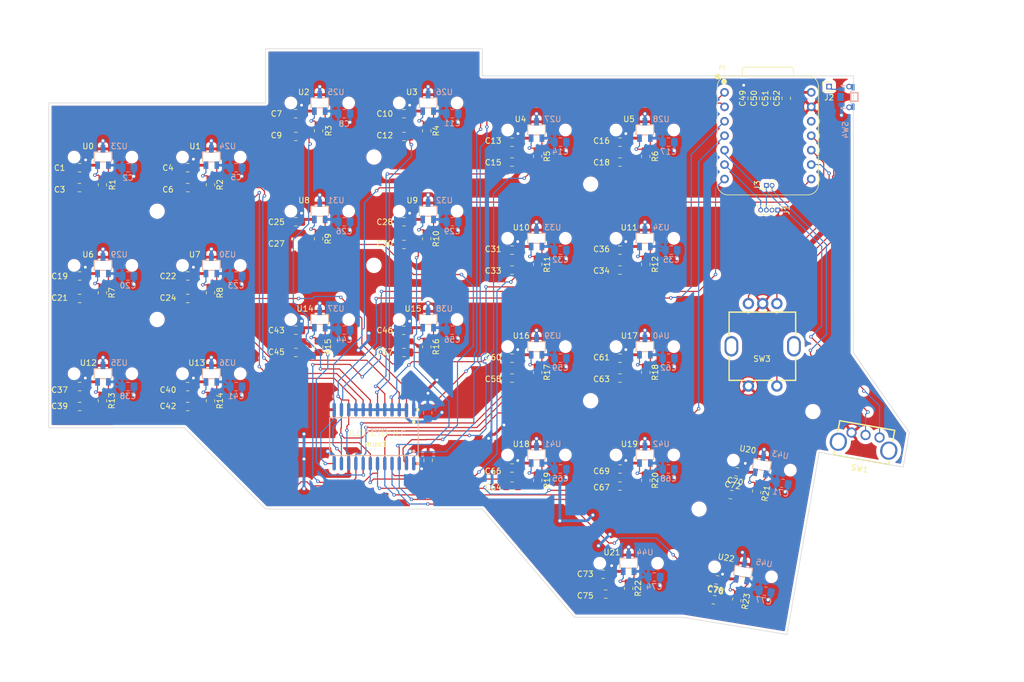
<source format=kicad_pcb>
(kicad_pcb (version 20241229) (generator "pcbnew") (generator_version "9.0")
  (layers (0 "F.Cu" signal) (2 "B.Cu" signal) (13 "F.Paste" user) (15 "B.Paste" user) (5 "F.SilkS" user "F.Silkscreen") (7 "B.SilkS" user "B.Silkscreen") (1 "F.Mask" user) (3 "B.Mask" user) (25 "Edge.Cuts" user))
  (net 0 "")
  (net 1 "GND")
  (net 2 "K0")
  (net 3 "K1")
  (net 4 "K2")
  (net 5 "K3")
  (net 6 "K4")
  (net 7 "K5")
  (net 8 "K6")
  (net 9 "K7")
  (net 10 "K8")
  (net 11 "K9")
  (net 12 "K10")
  (net 13 "K11")
  (net 14 "K12")
  (net 15 "K13")
  (net 16 "K14")
  (net 17 "K15")
  (net 18 "K16")
  (net 19 "K17")
  (net 20 "K18")
  (net 21 "K19")
  (net 22 "K20")
  (net 23 "K21")
  (net 24 "K22")
  (net 25 "SDA")
  (net 26 "encoderBtn1")
  (net 27 "MUX1")
  (net 28 "enco1A")
  (net 29 "S3")
  (net 30 "VBUS")
  (net 32 "S1")
  (net 33 "S2")
  (net 34 "SCL")
  (net 35 "S0")
  (net 36 "enco1B")
  (net 37 "MUX2")
  (net 38 "Net-(U1-VOUT)")
  (net 39 "Net-(U2-VOUT)")
  (net 40 "Net-(U10-VOUT)")
  (net 41 "Net-(U11-VOUT)")
  (net 42 "Net-(U12-VOUT)")
  (net 43 "Net-(U13-VOUT)")
  (net 44 "Net-(U14-VOUT)")
  (net 45 "Net-(U15-VOUT)")
  (net 46 "Net-(U16-VOUT)")
  (net 47 "Net-(U17-VOUT)")
  (net 48 "Net-(U18-VOUT)")
  (net 49 "Net-(U19-VOUT)")
  (net 50 "Net-(U20-VOUT)")
  (net 51 "Net-(U21-VOUT)")
  (net 52 "Net-(U22-VOUT)")
  (net 53 "Net-(U26-VOUT)")
  (net 54 "Net-(U27-VOUT)")
  (net 55 "Net-(U28-VOUT)")
  (net 56 "Net-(U29-VOUT)")
  (net 57 "Net-(U30-VOUT)")
  (net 58 "Net-(U31-VOUT)")
  (net 59 "Net-(U32-VOUT)")
  (net 60 "Net-(U0-VOUT)")
  (net 64 "Net-(J2-Pin_1)")
  (net 66 "Net-(J3-Pin_1)")
  (net 67 "Net-(J3-Pin_2)")
  (footprint "Resistor_SMD:R_0805_2012Metric_Pad1.20x1.40mm_HandSolder" (layer "F.Cu") (at 57 90.5 -90)
    (property "Reference" "R14")
    (property "Value" "10k")
  )
  (footprint "Resistor_SMD:R_0805_2012Metric_Pad1.20x1.40mm_HandSolder" (layer "F.Cu") (at 95 62 -90)
    (property "Reference" "R10")
    (property "Value" "10k")
  )
  (footprint "footprints:SOT-23-3_L2.9-W1.6-P1.90-LS2.8-BR" (layer "F.Cu") (at 57.15 66.675)
    (property "Reference" "U7")
    (property "Value" "HX6659ISO-B")
  )
  (footprint "Capacitor_SMD:C_0805_2012Metric_Pad1.18x1.45mm_HandSolder" (layer "F.Cu") (at 91 63)
    (property "Reference" "C30")
    (property "Value" "100nF")
  )
  (footprint "Resistor_SMD:R_0805_2012Metric_Pad1.20x1.40mm_HandSolder" (layer "F.Cu") (at 130.5 123.5 -90)
    (property "Reference" "R22")
    (property "Value" "10k")
  )
  (footprint "Capacitor_SMD:C_0805_2012Metric_Pad1.18x1.45mm_HandSolder" (layer "F.Cu") (at 53.01 68.54 180)
    (property "Reference" "C22")
    (property "Value" "100nF")
  )
  (footprint "Capacitor_SMD:C_0805_2012Metric_Pad1.18x1.45mm_HandSolder" (layer "F.Cu") (at 128.9625 105.5)
    (property "Reference" "C69")
    (property "Value" "100nF")
  )
  (footprint "Capacitor_SMD:C_0805_2012Metric_Pad1.18x1.45mm_HandSolder" (layer "F.Cu") (at 129 45 180)
    (property "Reference" "C16")
    (property "Value" "100nF")
  )
  (footprint "Capacitor_SMD:C_0805_2012Metric_Pad1.18x1.45mm_HandSolder" (layer "F.Cu") (at 34 88 180)
    (property "Reference" "C37")
    (property "Value" "100nF")
  )
  (footprint "Capacitor_SMD:C_0805_2012Metric_Pad1.18x1.45mm_HandSolder" (layer "F.Cu") (at 91 59 180)
    (property "Reference" "C28")
    (property "Value" "100nF")
  )
  (footprint "footprints:SOT-23-3_L2.9-W1.6-P1.90-LS2.8-BR" (layer "F.Cu") (at 150.6013 120.5718 -10)
    (property "Reference" "U22")
    (property "Value" "HX6659ISO-B")
  )
  (footprint "Resistor_SMD:R_0805_2012Metric_Pad1.20x1.40mm_HandSolder" (layer "F.Cu") (at 114.5 47.5 -90)
    (property "Reference" "R5")
    (property "Value" "10k")
  )
  (footprint "Resistor_SMD:R_0805_2012Metric_Pad1.20x1.40mm_HandSolder" (layer "F.Cu") (at 149.5 125.5 -100)
    (property "Reference" "R23")
    (property "Value" "10k")
  )
  (footprint "Capacitor_SMD:C_0805_2012Metric_Pad1.18x1.45mm_HandSolder" (layer "F.Cu") (at 149.5 103 170)
    (property "Reference" "C70")
    (property "Value" "100nF")
  )
  (footprint "Resistor_SMD:R_0805_2012Metric_Pad1.20x1.40mm_HandSolder" (layer "F.Cu") (at 153 106.5 -100)
    (property "Reference" "R21")
    (property "Value" "10k")
  )
  (footprint "footprints:SOT-23-3_L2.9-W1.6-P1.90-LS2.8-BR" (layer "F.Cu") (at 153.9093 101.8112 -10)
    (property "Reference" "U20")
    (property "Value" "HX6659ISO-B")
  )
  (footprint "Capacitor_SMD:C_0805_2012Metric_Pad1.18x1.45mm_HandSolder" (layer "F.Cu") (at 129 48.5)
    (property "Reference" "C18")
    (property "Value" "100nF")
  )
  (footprint "Capacitor_SMD:C_0805_2012Metric_Pad1.18x1.45mm_HandSolder" (layer "F.Cu") (at 53 53)
    (property "Reference" "C6")
    (property "Value" "100nF")
  )
  (footprint "Capacitor_SMD:C_0805_2012Metric_Pad1.18x1.45mm_HandSolder" (layer "F.Cu") (at 126.4625 124.5)
    (property "Reference" "C75")
    (property "Value" "100nF")
  )
  (footprint "Capacitor_SMD:C_0805_2012Metric_Pad1.18x1.45mm_HandSolder" (layer "F.Cu") (at 91 82)
    (property "Reference" "C57")
    (property "Value" "100nF")
  )
  (footprint "Capacitor_SMD:C_0805_2012Metric_Pad1.18x1.45mm_HandSolder" (layer "F.Cu") (at 154.2 37.3 90)
    (property "Reference" "C50")
    (property "Value" "100n")
  )
  (footprint "MountingHole:MountingHole_2.2mm_M2" (layer "F.Cu") (at 47.625 57.15)
    (property "Reference" "H1" (hide yes))
    (property "Value" "MountingHole")
  )
  (footprint "Resistor_SMD:R_0805_2012Metric_Pad1.20x1.40mm_HandSolder" (layer "F.Cu") (at 133.5 66.5 -90)
    (property "Reference" "R12")
    (property "Value" "10k")
  )
  (footprint "Capacitor_SMD:C_0805_2012Metric_Pad1.18x1.45mm_HandSolder" (layer "F.Cu") (at 110 105.5)
    (property "Reference" "C66")
    (property "Value" "100nF")
  )
  (footprint "footprints:SOT-23-3_L2.9-W1.6-P1.90-LS2.8-BR" (layer "F.Cu") (at 57.15 47.625)
    (property "Reference" "U1")
    (property "Value" "HX6659ISO-B")
  )
  (footprint "Capacitor_SMD:C_0805_2012Metric_Pad1.18x1.45mm_HandSolder" (layer "F.Cu") (at 72 63)
    (property "Reference" "C27")
    (property "Value" "100nF")
  )
  (footprint "Connector_PinHeader_1.00mm:PinHeader_1x02_P1.00mm_Vertical" (layer "F.Cu") (at 154.7 52.6 90)
    (property "Reference" "J3")
    (property "Value" "Conn_01x02_Socket")
  )
  (footprint "Resistor_SMD:R_0805_2012Metric_Pad1.20x1.40mm_HandSolder" (layer "F.Cu") (at 114.5 66.5 -90)
    (property "Reference" "R11")
    (property "Value" "10k")
  )
  (footprint "footprints:SOT-23-3_L2.9-W1.6-P1.90-LS2.8-BR" (layer "F.Cu") (at 130.4925 119.0625)
    (property "Reference" "U21")
    (property "Value" "HX6659ISO-B")
  )
  (footprint "Capacitor_SMD:C_0805_2012Metric_Pad1.18x1.45mm_HandSolder" (layer "F.Cu") (at 34 68.55 180)
    (property "Reference" "C19")
    (property "Value" "100nF")
  )
  (footprint "Resistor_SMD:R_0805_2012Metric_Pad1.20x1.40mm_HandSolder" (layer "F.Cu") (at 57 71.5 -90)
    (property "Reference" "R8")
    (property "Value" "10k")
  )
  (footprint "Resistor_SMD:R_0805_2012Metric_Pad1.20x1.40mm_HandSolder" (layer "F.Cu") (at 38 90.5 -90)
    (property "Reference" "R13")
    (property "Value" "10k")
  )
  (footprint "footprints:SOT-23-3_L2.9-W1.6-P1.90-LS2.8-BR" (layer "F.Cu") (at 95.25 38.1)
    (property "Reference" "U3")
    (property "Value" "HX6659ISO-B")
  )
  (footprint "Capacitor_SMD:C_0805_2012Metric_Pad1.18x1.45mm_HandSolder" (layer "F.Cu") (at 109.99 102.33 180)
    (property "Reference" "C64")
    (property "Value" "100nF")
  )
  (footprint "footprints:SOT-23-3_L2.9-W1.6-P1.90-LS2.8-BR" (layer "F.Cu") (at 114.3 80.9625)
    (property "Reference" "U16")
    (property "Value" "HX6659ISO-B")
  )
  (footprint "footprints:SW-TH_EC10EXXXXXXX" (layer "F.Cu") (at 171.9597 97.5009 170)
    (property "Reference" "SW1")
    (property "Value" "~")
  )
  (footprint "Resistor_SMD:R_0805_2012Metric_Pad1.20x1.40mm_HandSolder" (layer "F.Cu") (at 76 43 -90)
    (property "Reference" "R3")
    (property "Value" "10k")
  )
  (footprint "Capacitor_SMD:C_0805_2012Metric_Pad1.18x1.45mm_HandSolder" (layer "F.Cu") (at 126 121 180)
    (property "Reference" "C73")
    (property "Value" "100nF")
  )
  (footprint "footprints:SOT-23-3_L2.9-W1.6-P1.90-LS2.8-BR" (layer "F.Cu") (at 133.35 42.8625)
    (property "Reference" "U5")
    (property "Value" "HX6659ISO-B")
  )
  (footprint "Capacitor_SMD:C_0805_2012Metric_Pad1.18x1.45mm_HandSolder" (layer "F.Cu") (at 148.5 107 -10)
    (property "Reference" "C72")
    (property "Value" "100nF")
  )
  (footprint "Capacitor_SMD:C_0805_2012Metric_Pad1.18x1.45mm_HandSolder" (layer "F.Cu") (at 129 83 180)
    (property "Reference" "C61")
    (property "Value" "100nF")
  )
  (footprint "Capacitor_SMD:C_0805_2012Metric_Pad1.18x1.45mm_HandSolder" (layer "F.Cu") (at 90.97 78.1 180)
    (property "Reference" "C46")
    (property "Value" "100nF")
  )
  (footprint "footprints:SOT-23-3_L2.9-W1.6-P1.90-LS2.8-BR" (layer "F.Cu") (at 38.1 47.625)
    (property "Reference" "U0")
    (property "Value" "HX6659ISO-B")
  )
  (footprint "Capacitor_SMD:C_0805_2012Metric_Pad1.18x1.45mm_HandSolder" (layer "F.Cu") (at 91 44)
    (property "Reference" "C12")
    (property "Value" "100nF")
  )
  (footprint "footprints:SOT-23-3_L2.9-W1.6-P1.90-LS2.8-BR" (layer "F.Cu") (at 114.3 42.8625)
    (property "Reference" "U4")
    (property "Value" "HX6659ISO-B")
  )
  (footprint "Capacitor_SMD:C_0805_2012Metric_Pad1.18x1.45mm_HandSolder" (layer "F.Cu") (at 145.5 125.5 -10)
    (property "Reference" "C78")
    (property "Value" "100nF")
  )
  (footprint "Resistor_SMD:R_0805_2012Metric_Pad1.20x1.40mm_HandSolder" (layer "F.Cu") (at 57 52.5 -90)
    (property "Reference" "R2")
    (property "Value" "10k")
  )
  (footprint "Capacitor_SMD:C_0805_2012Metric_Pad1.18x1.45mm_HandSolder" (layer "F.Cu") (at 53 91.5)
    (property "Reference" "C42")
    (property "Value" "100nF")
  )
  (footprint "Connector_PinHeader_1.00mm:PinHeader_1x04_P1.00mm_Vertical" (layer "F.Cu") (at 156.7 56.95 -90)
    (property "Reference" "J1")
    (property "Value" "Display conector")
  )
  (footprint "footprints:XIAO-nRF52840-DIP-Bare" (layer "F.Cu") (at 154.97 43.87)
    (property "Reference" "P1")
    (property "Value" "Xiao nRF52840")
  )
  (footprint "Capacitor_SMD:C_0805_2012Metric_Pad1.18x1.45mm_HandSolder" (layer "F.Cu") (at 146 122 170)
    (property "Reference" "C76")
    (property "Value" "100nF")
  )
  (footprint "Capacitor_SMD:C_0805_2012Metric_Pad1.18x1.45mm_HandSolder" (layer "F.Cu") (at 71.9625 40 180)
    (property "Reference" "C7")
    (property "Value" "100nF")
  )
  (footprint "Resistor_SMD:R_0805_2012Metric_Pad1.20x1.40mm_HandSolder" (layer "F.Cu") (at 133.5 47.5 -90)
    (property "Reference" "R6")
    (property "Value" "10k")
  )
  (footprint "Capacitor_SMD:C_0805_2012Metric_Pad1.18x1.45mm_HandSolder" (layer "F.Cu") (at 34 49.5 180)
    (property "Reference" "C1")
    (property "Value" "100nF")
  )
  (footprint "footprints:SOT-23-3_L2.9-W1.6-P1.90-LS2.8-BR" (layer "F.Cu") (at 95.25 76.2)
    (property "Reference" "U15")
    (property "Value" "HX6659ISO-B")
  )
  (footprint "Capacitor_SMD:C_0805_2012Metric_Pad1.18x1.45mm_HandSolder" (layer "F.Cu") (at 156.19 37.3 90)
    (property "Reference" "C51")
    (property "Value" "100n")
  )
  (footprint "Capacitor_SMD:C_0805_2012Metric_Pad1.18x1.45mm_HandSolder" (layer "F.Cu") (at 129 102.5 180)
    (property "Reference" "C67")
    (property "Value" "100nF")
  )
  (footprint "footprints:SOT-23-3_L2.9-W1.6-P1.90-LS2.8-BR" (layer "F.Cu") (at 38.1 66.675)
    (property "Reference" "U6")
    (property "Value" "HX6659ISO-B")
  )
  (footprint "MountingHole:MountingHole_2.2mm_M2" (layer "F.Cu") (at 162.8775 92.3925)
    (property "Reference" "H7" (hide yes))
    (property "Value" "MountingHole")
  )
  (footprint "footprints:SOT-23-3_L2.9-W1.6-P1.90-LS2.8-BR" (layer "F.Cu") (at 133.35 100.0125)
    (property "Reference" "U19")
    (property "Value" "HX6659ISO-B")
  )
  (footprint "Resistor_SMD:R_0805_2012Metric_Pad1.20x1.40mm_HandSolder" (layer "F.Cu") (at 76 62 -90)
    (property "Reference" "R9")
    (property "Value" "10k")
  )
  (footprint "Capacitor_SMD:C_0805_2012Metric_Pad1.18x1.45mm_HandSolder" (layer "F.Cu") (at 72 44)
    (property "Reference" "C9")
    (property "Value" "100nF")
  )
  (footprint "footprints:SOT-23-3_L2.9-W1.6-P1.90-LS2.8-BR" (layer "F.Cu") (at 76.2 76.2)
    (property "Reference" "U14")
    (property "Value" "HX6659ISO-B")
  )
  (footprint "Capacitor_SMD:C_0805_2012Metric_Pad1.18x1.45mm_HandSolder" (layer "F.Cu") (at 72 59 180)
    (property "Reference" "C25")
    (property "Value" "100nF")
  )
  (footprint "MountingHole:MountingHole_2.2mm_M2" (layer "F.Cu") (at 85.725 66.675)
    (property "Reference" "H4" (hide yes))
    (property "Value" "MountingHole")
  )
  (footprint "Resistor_SMD:R_0805_2012Metric_Pad1.20x1.40mm_HandSolder" (layer "F.Cu") (at 76 81 -90)
    (property "Reference" "R15")
    (property "Value" "10k")
  )
  (footprint "Resistor_SMD:R_0805_2012Metric_Pad1.20x1.40mm_HandSolder" (layer "F.Cu") (at 95 43 -90)
    (property "Reference" "R4")
    (property "Value" "10k")
  )
  (footprint "MountingHole:MountingHole_2.2mm_M2" (layer "F.Cu") (at 123.825 90.4875)
    (property "Reference" "H6" (hide yes))
    (property "Value" "MountingHole")
  )
  (footprint "Resistor_SMD:R_0805_2012Metric_Pad1.20x1.40mm_HandSolder" (layer "F.Cu") (at 38 71.5 -90)
    (property "Reference" "R7")
    (property "Value" "10k")
  )
  (footprint "Capacitor_SMD:C_0805_2012Metric_Pad1.18x1.45mm_HandSolder" (layer "F.Cu") (at 110 48.5)
    (property "Reference" "C15")
    (property "Value" "100nF")
  )
  (footprint "Capacitor_SMD:C_0805_2012Metric_Pad1.18x1.45mm_HandSolder" (layer "F.Cu") (at 129 67.5)
    (property "Reference" "C36")
    (property "Value" "100nF")
  )
  (footprint "Capacitor_SMD:C_0805_2012Metric_Pad1.18x1.45mm_HandSolder" (layer "F.Cu") (at 110 86.5)
    (property "Reference" "C60")
    (property "Value" "100nF")
  )
  (footprint "footprints:SOT-23-3_L2.9-W1.6-P1.90-LS2.8-BR" (layer "F.Cu") (at 76.2 57.15)
    (property "Reference" "U8")
    (property "Value" "HX6659ISO-B")
  )
  (footprint "MountingHole:MountingHole_2.2mm_M2" (layer "F.Cu") (at 142.875 109.5375)
    (property "Reference" "H8" (hide yes))
    (property "Value" "MountingHole")
  )
  (footprint "footprints:SOT-23-3_L2.9-W1.6-P1.90-LS2.8-BR" (layer "F.Cu") (at 76.2 38.1)
    (property "Reference" "U2")
    (property "Value" "HX6659ISO-B")
  )
  (footprint "Capacitor_SMD:C_0805_2012Metric_Pad1.18x1.45mm_HandSolder" (layer "F.Cu") (at 72 82)
    (property "Reference" "C45")
    (property "Value" "100nF")
  )
  (footprint "Capacitor_SMD:C_0805_2012Metric_Pad1.18x1.45mm_HandSolder" (layer "F.Cu") (at 53 49.5 180)
    (property "Reference" "C4")
    (property "Value" "100nF")
  )
  (footprint "Resistor_SMD:R_0805_2012Metric_Pad1.20x1.40mm_HandSolder" (layer "F.Cu") (at 114.5 104.5 -90)
    (property "Reference" "R19")
    (property "Value" "10k")
  )
  (footprint "footprints:SOT-23-3_L2.9-W1.6-P1.90-LS2.8-BR" (layer "F.Cu") (at 38.1 85.725)
    (property "Reference" "U12")
    (property "Value" "HX6659ISO-B")
  )
  (footprint "footprints:SOIC-24_L15.4-W7.5-P1.27-LS10.3-BL" (layer "F.Cu") (at 85.725 96.8 180)
    (property "Reference" "mux1")
    (property "Value" "CD74HC4067M96")
  )
  (footprint "footprints:SOT-23-3_L2.9-W1.6-P1.90-LS2.8-BR" (layer "F.Cu") (at 114.3 100.0125)
    (property "Reference" "U18")
    (property "Value" "HX6659ISO-B")
  )
  (footprint "Capacitor_SMD:C_0805_2012Metric_Pad1.18x1.45mm_HandSolder" (layer "F.Cu") (at 91 40 180)
    (property "Reference" "C10")
    (property "Value" "100nF")
  )
  (footprint "MountingHole:MountingHole_2.2mm_M2" (layer "F.Cu") (at 85.725 47.625)
    (property "Reference" "H3" (hide yes))
    (property "Value" "MountingHole")
  )
  (footprint "Capacitor_SMD:C_0805_2012Metric_Pad1.18x1.45mm_HandSolder" (layer "F.Cu") (at 158.2 37.3 90)
    (property "Reference" "C52")
    (property "Value" "100n")
  )
  (footprint "Connector_PinHeader_1.27mm:PinHeader_1x01_P1.27mm_Vertical" (layer "F.Cu") (at 165.735 35.2425)
    (property "Reference" "J2")
    (property "Value" "Conn_01x01_Socket")
  )
  (footprint "Capacitor_SMD:C_0805_2012Metric_Pad1.18x1.45mm_HandSolder" (layer "F.Cu") (at 152.2 37.3 90)
    (property "Reference" "C49")
    (property "Value" "100n")
  )
  (footprint "Capacitor_SMD:C_0805_2012Metric_Pad1.18x1.45mm_HandSolder" (layer "F.Cu") (at 53 88 180)
    (property "Reference" "C40")
    (property "Value" "100nF")
  )
  (footprint "footprints:SW-TH_EC11NXXXX" (layer "F.Cu") (at 153.95 80.9 180)
    (property "Reference" "SW3")
    (property "Value" "EC11N1520401")
  )
  (footprint "Resistor_SMD:R_0805_2012Metric_Pad1.20x1.40mm_HandSolder" (layer "F.Cu") (at 38 52.5 -90)
    (property "Reference" "R1")
    (property "Value" "10k")
  )
  (footprint "footprints:SOT-23-3_L2.9-W1.6-P1.90-LS2.8-BR" (layer "F.Cu") (at 114.3 61.9125)
    (property "Reference" "U10")
    (property "Value" "HX6659ISO-B")
  )
  (footprint "Resistor_SMD:R_0805_2012Metric_Pad1.20x1.40mm_HandSolder" (layer "F.Cu") (at 95 81 -90)
    (property "Reference" "R16")
    (property "Value" "10k")
  )
  (footprint "footprints:SOT-23-3_L2.9-W1.6-P1.90-LS2.8-BR" (layer "F.Cu") (at 57.15 85.725)
    (property "Reference" "U13")
    (property "Value" "HX6659ISO-B")
  )
  (footprint "MountingHole:MountingHole_2.2mm_M2" (layer "F.Cu") (at 47.625 76.2)
    (property "Reference" "H2" (hide yes))
    (property "Value" "MountingHole")
  )
  (footprint "Capacitor_SMD:C_0805_2012Metric_Pad1.18x1.45mm_HandSolder" (layer "F.Cu") (at 33.9625 53)
    (property "Reference" "C3")
    (property "Value" "100nF")
  )
  (footprint "Resistor_SMD:R_0805_2012Metric_Pad1.20x1.40mm_HandSolder" (layer "F.Cu") (at 133.5 104.5 -90)
    (property "Reference" "R20")
    (property "Value" "10k")
  )
  (footprint "Resistor_SMD:R_0805_2012Metric_Pad1.20x1.40mm_HandSolder" (layer "F.Cu") (at 114.5 85.5 -90)
    (property "Reference" "R17")
    (property "Value" "10k")
  )
  (footprint "Capacitor_SMD:C_0805_2012Metric_Pad1.18x1.45mm_HandSolder" (layer "F.Cu") (at 95.25 100.965 -90)
    (property "Reference" "C47" (hide yes))
    (property "Value" "100n")
  )
  (footprint "footprints:SOT-23-3_L2.9-W1.6-P1.90-LS2.8-BR" (layer "F.Cu") (at 95.25 57.15)
    (property "Reference" "U9")
    (property "Value" "HX6659ISO-B")
  )
  (footprint "Capacitor_SMD:C_0805_2012Metric_Pad1.18x1.45mm_HandSolder" (layer "F.Cu") (at 110 45 180)
    (property "Reference" "C13")
    (property "Value" "100nF")
  )
  (footprint "Capacitor_SMD:C_0805_2012Metric_Pad1.18x1.45mm_HandSolder" (layer "F.Cu") (at 72 78.08 180)
    (property "Reference" "C43")
    (property "Value" "100nF")
  )
  (footprint "MountingHole:MountingHole_2.2mm_M2" (layer "F.Cu") (at 123.825 52.3875)
    (property "Reference" "H5" (hide yes))
    (property "Value" "MountingHole")
  )
  (footprint "Resistor_SMD:R_0805_2012Metric_Pad1.20x1.40mm_HandSolder" (layer "F.Cu") (at 133.5 85.5 -90)
    (property "Reference" "R18")
    (property "Value" "10k")
  )
  (footprint "Capacitor_SMD:C_0805_2012Metric_Pad1.18x1.45mm_HandSolder" (layer "F.Cu") (at 128.9625 64 180)
    (property "Reference" "C34")
    (property "Value" "100nF")
  )
  (footprint "Capacitor_SMD:C_0805_2012Metric_Pad1.18x1.45mm_HandSolder" (layer "F.Cu") (at 34 91.5)
    (property "Reference" "C39")
    (property "Value" "100nF")
  )
  (footprint "Capacitor_SMD:C_0805_2012Metric_Pad1.18x1.45mm_HandSolder" (layer "F.Cu") (at 110 64 180)
    (property "Reference" "C31")
    (property "Value" "100nF")
  )
  (footprint "Capacitor_SMD:C_0805_2012Metric_Pad1.18x1.45mm_HandSolder" (layer "F.Cu") (at 53 72.5)
    (property "Reference" "C24")
    (property "Value" "100nF")
  )
  (footprint "footprints:SOT-23-3_L2.9-W1.6-P1.90-LS2.8-BR" (layer "F.Cu") (at 133.35 61.9125)
    (property "Reference" "U11")
    (property "Value" "HX6659ISO-B")
  )
  (footprint "Capacitor_SMD:C_0805_2012Metric_Pad1.18x1.45mm_HandSolder" (layer "F.Cu") (at 110 83 180)
    (property "Reference" "C58")
    (property "Value" "100nF")
  )
  (footprint "Capacitor_SMD:C_0805_2012Metric_Pad1.18x1.45mm_HandSolder" (layer "F.Cu") (at 129 86.5)
    (property "Reference" "C63")
    (property "Value" "100nF")
  )
  (footprint "Capacitor_SMD:C_0805_2012Metric_Pad1.18x1.45mm_HandSolder" (layer "F.Cu") (at 34 72.5)
    (property "Reference" "C21")
    (property "Value" "100nF")
  )
  (footprint "Capacitor_SMD:C_0805_2012Metric_Pad1.18x1.45mm_HandSolder" (layer "F.Cu") (at 110 67.5)
    (property "Reference" "C33")
    (property "Value" "100nF")
  )
  (footprint "footprints:SOT-23-3_L2.9-W1.6-P1.90-LS2.8-BR" (layer "F.Cu") (at 133.35 80.9625)
    (property "Reference" "U17")
    (property "Value" "HX6659ISO-B")
  )
  (footprint "Capacitor_SMD:C_0805_2012Metric_Pad1.18x1.45mm_HandSolder" (layer "B.Cu") (at 42.5 88)
    (property "Reference" "C38")
    (property "Value" "100nF")
  )
  (footprint "Capacitor_SMD:C_0805_2012Metric_Pad1.18x1.45mm_HandSolder" (layer "B.Cu") (at 137.5 102.5)
    (property "Reference" "C68")
    (property "Value" "100nF")
  )
  (footprint "Capacitor_SMD:C_0805_2012Metric_Pad1.18x1.45mm_HandSolder" (layer "B.Cu") (at 99.5 59)
    (property "Reference" "C29")
    (property "Value" "100nF")
  )
  (footprint "Capacitor_SMD:C_0805_2012Metric_Pad1.18x1.45mm_HandSolder" (layer "B.Cu") (at 118.5 64)
    (property "Reference" "C32")
    (property "Value" "100nF")
  )
  (footprint "Capacitor_SMD:C_0805_2012Metric_Pad1.18x1.45mm_HandSolder" (layer "B.Cu") (at 138 64)
    (property "Reference" "C35")
    (property "Value" "100nF")
  )
  (footprint "Capacitor_SMD:C_0805_2012Metric_Pad1.18x1.45mm_HandSolder" (layer "B.Cu") (at 99.5 40)
    (property "Reference" "C11")
    (property "Value" "100nF")
  )
  (footprint "footprints:SOT-23-3_L2.9-W1.6-P1.90-LS2.8-BR" (layer "B.Cu") (at 114.3 42.8625 180)
    (property "Reference" "U27")
    (property "Value" "HX6659ISO-B")
  )
  (footprint "footprints:SOT-23-3_L2.9-W1.6-P1.90-LS2.8-BR" (layer "B.Cu") (at 133.35 80.9625 180)
    (property "Reference" "U40")
    (property "Value" "HX6659ISO-B")
  )
  (footprint "Capacitor_SMD:C_0805_2012Metric_Pad1.18x1.45mm_HandSolder" (layer "B.Cu") (at 42.5 49.5)
    (property "Reference" "C2")
    (property "Value" "100nF")
  )
  (footprint "footprints:SOT-23-3_L2.9-W1.6-P1.90-LS2.8-BR" (layer "B.Cu") (at 150.6013 120.5718 170)
    (property "Reference" "U45")
    (property "Value" "HX6659ISO-B")
  )
  (footprint "footprints:SOT-23-3_L2.9-W1.6-P1.90-LS2.8-BR" (layer "B.Cu") (at 76.2 76.2 180)
    (property "Reference" "U37")
    (property "Value" "HX6659ISO-B")
  )
  (footprint "footprints:SOT-23-3_L2.9-W1.6-P1.90-LS2.8-BR" (layer "B.Cu") (at 133.35 61.9125 180)
    (property "Reference" "U34")
    (property "Value" "HX6659ISO-B")
  )
  (footprint "Capacitor_SMD:C_0805_2012Metric_Pad1.18x1.45mm_HandSolder" (layer "B.Cu") (at 154.5 124 -10)
    (property "Reference" "C77")
    (property "Value" "100nF")
  )
  (footprint "footprints:SOT-23-3_L2.9-W1.6-P1.90-LS2.8-BR" (layer "B.Cu") (at 57.15 85.725 180)
    (property "Reference" "U36")
    (property "Value" "HX6659ISO-B")
  )
  (footprint "Capacitor_SMD:C_0805_2012Metric_Pad1.18x1.45mm_HandSolder" (layer "B.Cu") (at 61.5 88)
    (property "Reference" "C41")
    (property "Value" "100nF")
  )
  (footprint "footprints:SOT-23-3_L2.9-W1.6-P1.90-LS2.8-BR" (layer "B.Cu") (at 76.2 57.15 180)
    (property "Reference" "U31")
    (property "Value" "HX6659ISO-B")
  )
  (footprint "footprints:SOT-23-3_L2.9-W1.6-P1.90-LS2.8-BR" (layer "B.Cu") (at 130.4925 119.0625 180)
    (property "Reference" "U44")
    (property "Value" "HX6659ISO-B")
  )
  (footprint "Capacitor_SMD:C_0805_2012Metric_Pad1.18x1.45mm_HandSolder" (layer "B.Cu") (at 157.5 105 -10)
    (property "Reference" "C71")
    (property "Value" "100nF")
  )
  (footprint "Capacitor_SMD:C_0805_2012Metric_Pad1.18x1.45mm_HandSolder" (layer "B.Cu") (at 61.5 49.5)
    (property "Reference" "C5")
    (property "Value" "100nF")
  )
  (footprint "footprints:SOT-23-3_L2.9-W1.6-P1.90-LS2.8-BR" (layer "B.Cu") (at 38.1 47.625 180)
    (property "Reference" "U23")
    (property "Value" "HX6659ISO-B")
  )
  (footprint "Capacitor_SMD:C_0805_2012Metric_Pad1.18x1.45mm_HandSolder" (layer "B.Cu") (at 80.5 78.07)
    (property "Reference" "C44")
    (property "Value" "100nF")
  )
  (footprint "footprints:SOT-23-3_L2.9-W1.6-P1.90-LS2.8-BR" (layer "B.Cu") (at 95.25 57.15 180)
    (property "Reference" "U32")
    (property "Value" "HX6659ISO-B")
  )
  (footprint "Capacitor_SMD:C_0805_2012Metric_Pad1.18x1.45mm_HandSolder" (layer "B.Cu") (at 135 121.5)
    (property "Reference" "C74")
    (property "Value" "100nF")
  )
  (footprint "Capacitor_SMD:C_0805_2012Metric_Pad1.18x1.45mm_HandSolder" (layer "B.Cu") (at 118.5 102.5)
    (property "Reference" "C65")
    (property "Value" "100nF")
  )
  (footprint "footprints:SOT-23-3_L2.9-W1.6-P1.90-LS2.8-BR" (layer "B.Cu") (at 95.25 76.2 180)
    (property "Reference" "U38")
    (property "Value" "HX6659ISO-B")
  )
  (footprint "Capacitor_SMD:C_0805_2012Metric_Pad1.18x1.45mm_HandSolder" (layer "B.Cu") (at 95.175 92.6125 90)
    (property "Reference" "C48" (hide yes))
    (property "Value" "100n")
  )
  (footprint "footprints:SOT-23-3_L2.9-W1.6-P1.90-LS2.8-BR" (layer "B.Cu") (at 133.35 100.0125 180)
    (property "Reference" "U42")
    (property "Value" "HX6659ISO-B")
  )
  (footprint "Capacitor_SMD:C_0805_2012Metric_Pad1.18x1.45mm_HandSolder" (layer "B.Cu") (at 80.5 40)
    (property "Reference" "C8")
    (property "Value" "100nF")
  )
  (footprint "Capacitor_SMD:C_0805_2012Metric_Pad1.18x1.45mm_HandSolder" (layer "B.Cu") (at 99.5 78.07)
    (property "Reference" "C56")
    (property "Value" "100nF")
  )
  (footprint "Capacitor_SMD:C_0805_2012Metric_Pad1.18x1.45mm_HandSolder" (layer "B.Cu") (at 80.5 59)
    (property "Reference" "C26")
    (property "Value" "100nF")
  )
  (footprint "Capacitor_SMD:C_0805_2012Metric_Pad1.18x1.45mm_HandSolder" (layer "B.Cu") (at 118.5 83)
    (property "Reference" "C59")
    (property "Value" "100nF")
  )
  (footprint "footprints:SOT-23-3_L2.9-W1.6-P1.90-LS2.8-BR" (layer "B.Cu") (at 57.15 47.625 180)
    (property "Reference" "U24")
    (property "Value" "HX6659ISO-B")
  )
  (footprint "Capacitor_SMD:C_0805_2012Metric_Pad1.18x1.45mm_HandSolder" (layer "B.Cu") (at 137.5 83)
    (property "Reference" "C62")
    (property "Value" "100nF")
  )
  (footprint "footprints:SOIC-24_L15.4-W7.5-P1.27-LS10.3-BL" (layer "B.Cu") (at 85.725 96.8 180)
    (property "Reference" "mux2")
    (property "Value" "CD74HC4067M96")
  )
  (footprint "Capacitor_SMD:C_0805_2012Metric_Pad1.18x1.45mm_HandSolder" (layer "B.Cu") (at 118.5 45)
    (property "Reference" "C14")
    (property "Value" "100nF")
  )
  (footprint "footprints:SOT-23-3_L2.9-W1.6-P1.90-LS2.8-BR" (layer "B.Cu") (at 95.25 38.1 180)
    (property "Reference" "U26")
    (property "Value" "HX6659ISO-B")
  )
  (footprint "footprints:SOT-23-3_L2.9-W1.6-P1.90-LS2.8-BR" (layer "B.Cu") (at 38.1 85.725 180)
    (property "Reference" "U35")
    (property "Value" "HX6659ISO-B")
  )
  (footprint "footprints:SW-SMD_TCEPQR" (layer "B.Cu") (at 168.84 37.055 90)
    (property "Reference" "SW4")
    (property "Value" "~")
  )
  (footprint "Capacitor_SMD:C_0805_2012Metric_Pad1.18x1.45mm_HandSolder" (layer "B.Cu") (at 42.5 68.54)
    (property "Reference" "C20")
    (property "Value" "100nF")
  )
  (footprint "footprints:SOT-23-3_L2.9-W1.6-P1.90-LS2.8-BR" (layer "B.Cu") (at 114.3 61.9125 180)
    (property "Reference" "U33")
    (property "Value" "HX6659ISO-B")
  )
  (footprint "footprints:SOT-23-3_L2.9-W1.6-P1.90-LS2.8-BR" (layer "B.Cu") (at 133.35 42.8625 180)
    (property "Reference" "U28")
    (property "Value" "HX6659ISO-B")
  )
  (footprint "Capacitor_SMD:C_0805_2012Metric_Pad1.18x1.45mm_HandSolder" (layer "B.Cu") (at 61.5 68.55)
    (property "Reference" "C23")
    (property "Value" "100nF")
  )
  (footprint "footprints:SOT-23-3_L2.9-W1.6-P1.90-LS2.8-BR" (layer "B.Cu") (at 76.2 38.1 180)
    (property "Reference" "U25")
    (property "Value" "HX6659ISO-B")
  )
  (footprint "footprints:SOT-23-3_L2.9-W1.6-P1.90-LS2.8-BR" (layer "B.Cu") (at 38.1 66.675 180)
    (property "Reference" "U29")
    (property "Value" "HX6659ISO-B")
  )
  (footprint "Capacitor_SMD:C_0805_2012Metric_Pad1.18x1.45mm_HandSolder" (layer "B.Cu") (at 137.5 45)
    (property "Reference" "C17")
    (property "Value" "100nF")
  )
  (footprint "footprints:SOT-23-3_L2.9-W1.6-P1.90-LS2.8-BR" (layer "B.Cu") (at 114.3 80.9625 180)
    (property "Reference" "U39")
    (property "Value" "HX6659ISO-B")
  )
  (footprint "footprints:SOT-23-3_L2.9-W1.6-P1.90-LS2.8-BR" (layer "B.Cu") (at 153.9093 101.8112 170)
    (property "Reference" "U43")
    (property "Value" "HX6659ISO-B")
  )
  (footprint "footprints:SOT-23-3_L2.9-W1.6-P1.90-LS2.8-BR" (layer "B.Cu") (at 57.15 66.675 180)
    (property "Reference" "U30")
    (property "Value" "HX6659ISO-B")
  )
  (footprint "footprints:SOT-23-3_L2.9-W1.6-P1.90-LS2.8-BR" (layer "B.Cu") (at 114.3 100.0125 180)
    (property "Reference" "U41")
    (property "Value" "HX6659ISO-B")
  )
  (gr_line (start 158.3275 131.605) (end 163.9825 99.5475) (stroke (width 0.1)) (layer "Edge.Cuts"))
  (gr_line (start 142.875 33.3375) (end 170 33.3375) (stroke (width 0.1)) (layer "Edge.Cuts"))
  (gr_line (start 28.575 38.1) (end 28.575 95.25) (stroke (width 0.1)) (layer "Edge.Cuts"))
  (gr_line (start 66.675 38.1) (end 66.675 28.575) (stroke (width 0.1)) (layer "Edge.Cuts"))
  (gr_line (start 179.815 96.0725) (end 169.9925 82.05) (stroke (width 0.1)) (layer "Edge.Cuts"))
  (gr_line (start 170 33.3375) (end 169.9925 82.05) (stroke (width 0.1)) (layer "Edge.Cuts"))
  (gr_line (start 104.775 28.575) (end 104.775 33.3375) (stroke (width 0.1)) (layer "Edge.Cuts"))
  (gr_line (start 120.9675 128.5875) (end 104.775 109.5375) (stroke (width 0.1)) (layer "Edge.Cuts"))
  (gr_line (start 104.775 109.5375) (end 66.6775 109.537) (stroke (width 0.1)) (layer "Edge.Cuts"))
  (gr_line (start 66.675 28.575) (end 104.775 28.575) (stroke (width 0.1)) (layer "Edge.Cuts"))
  (gr_line (start 28.575 38.1) (end 66.675 38.1) (stroke (width 0.1)) (layer "Edge.Cuts"))
  (gr_line (start 120.9675 128.5875) (end 140.0175 128.5875) (stroke (width 0.1)) (layer "Edge.Cuts"))
  (gr_line (start 52.4 95.25) (end 28.575 95.25) (stroke (width 0.1)) (layer "Edge.Cuts"))
  (gr_line (start 104.775 33.3375) (end 142.875 33.3375) (stroke (width 0.1)) (layer "Edge.Cuts"))
  (gr_line (start 140.0175 128.5875) (end 158.3275 131.605) (stroke (width 0.1)) (layer "Edge.Cuts"))
  (gr_line (start 163.98 99.5475) (end 178.755 102.15) (stroke (width 0.1)) (layer "Edge.Cuts"))
  (gr_line (start 66.6775 109.537) (end 52.4 95.25) (stroke (width 0.1)) (layer "Edge.Cuts"))
  (gr_line (start 178.755 102.15) (end 179.815 96.0725) (stroke (width 0.1)) (layer "Edge.Cuts"))
  (gr_text "JLCJLCJLCJLC" (at 81 96.8 0) (layer "F.SilkS") (effects (font (size 1 1) (thickness 0.1)) (justify left bottom)))
  (via (at 84.8323 78.6) (size 0.8) (drill 0.5) (layers "F.Cu" "B.Cu") (net 1))
  (via (at 138.5 104) (size 0.8) (drill 0.5) (layers "F.Cu" "B.Cu") (net 1))
  (via (at 77.6 99.39) (size 0.8) (drill 0.5) (layers "F.Cu" "B.Cu") (net 1))
  (via (at 100.5 79.5) (size 0.8) (drill 0.5) (layers "F.Cu" "B.Cu") (net 1))
  (via (at 76.2 54.2925) (size 0.8) (drill 0.5) (layers "F.Cu" "B.Cu") (net 1))
  (via (at 119.5 104) (size 0.8) (drill 0.5) (layers "F.Cu" "B.Cu") (net 1))
  (via (at 133.35 97.155) (size 0.8) (drill 0.5) (layers "F.Cu" "B.Cu") (net 1))
  (via (at 114.3 97.155) (size 0.8) (drill 0.5) (layers "F.Cu" "B.Cu") (net 1))
  (via (at 62.5 51) (size 0.8) (drill 0.5) (layers "F.Cu" "B.Cu") (net 1))
  (via (at 106.64 105.69) (size 0.8) (drill 0.5) (layers "F.Cu" "B.Cu") (net 1))
  (via (at 73.43 96.34) (size 0.8) (drill 0.5) (layers "F.Cu" "B.Cu") (net 1))
  (via (at 57.15 82.8675) (size 0.8) (drill 0.5) (layers "F.Cu" "B.Cu") (net 1))
  (via (at 158 106.5) (size 0.8) (drill 0.5) (layers "F.Cu" "B.Cu") (net 1))
  (via (at 76.2 73.3425) (size 0.8) (drill 0.5) (layers "F.Cu" "B.Cu") (net 1))
  (via (at 62.5 89.5) (size 0.8) (drill 0.5) (layers "F.Cu" "B.Cu") (net 1))
  (via (at 133.35 40.005) (size 0.8) (drill 0.5) (layers "F.Cu" "B.Cu") (net 1))
  (via (at 119.5 46.5) (size 0.8) (drill 0.5) (layers "F.Cu" "B.Cu") (net 1))
  (via (at 139 65.5) (size 0.8) (drill 0.5) (layers "F.Cu" "B.Cu") (net 1))
  (via (at 38.1 82.8675) (size 0.8) (drill 0.5) (layers "F.Cu" "B.Cu") (net 1))
  (via (at 73.43 100.74) (size 0.8) (drill 0.5) (layers "F.Cu" "B.Cu") (net 1))
  (via (at 125.2 116) (size 0.8) (drill 0.5) (layers "F.Cu" "B.Cu") (net 1))
  (via (at 81.5 60.5) (size 0.8) (drill 0.5) (layers "F.Cu" "B.Cu") (net 1))
  (via (at 62.5 70) (size 0.8) (drill 0.5) (layers "F.Cu" "B.Cu") (net 1))
  (via (at 114.3 59.055) (size 0.8) (drill 0.5) (layers "F.Cu" "B.Cu") (net 1))
  (via (at 155 125.5) (size 0.8) (drill 0.5) (layers "F.Cu" "B.Cu") (net 1))
  (via (at 43.5 51) (size 0.8) (drill 0.5) (layers "F.Cu" "B.Cu") (net 1))
  (via (at 73.43 105.94) (size 0.8) (drill 0.5) (layers "F.Cu" "B.Cu") (net 1))
  (via (at 138.5 84.5) (size 0.8) (drill 0.5) (layers "F.Cu" "B.Cu") (net 1))
  (via (at 81.5 79.5) (size 0.8) (drill 0.5) (layers "F.Cu" "B.Cu") (net 1))
  (via (at 57.15 44.7675) (size 0.8) (drill 0.5) (layers "F.Cu" "B.Cu") (net 1))
  (via (at 106.49 102.97) (size 0.8) (drill 0.5) (layers "F.Cu" "B.Cu") (net 1))
  (via (at 127.2 114) (size 0.8) (drill 0.5) (layers "F.Cu" "B.Cu") (net 1))
  (via (at 100.5 60.5) (size 0.8) (drill 0.5) (layers "F.Cu" "B.Cu") (net 1))
  (via (at 119.5 84.5) (size 0.8) (drill 0.5) (layers "F.Cu" "B.Cu") (net 1))
  (via (at 95.25 35.2425) (size 0.8) (drill 0.5) (layers "F.Cu" "B.Cu") (net 1))
  (via (at 133.35 78.105) (size 0.8) (drill 0.5) (layers "F.Cu" "B.Cu") (net 1))
  (via (at 43.5 70) (size 0.8) (drill 0.5) (layers "F.Cu" "B.Cu") (net 1))
  (via (at 83 81.6) (size 0.8) (drill 0.5) (layers "F.Cu" "B.Cu") (net 1))
  (via (at 57.15 63.8175) (size 0.8) (drill 0.5) (layers "F.Cu" "B.Cu") (net 1))
  (via (at 138.5 46.5) (size 0.8) (drill 0.5) (layers "F.Cu" "B.Cu") (net 1))
  (via (at 92.0787 99.3985) (size 0.8) (drill 0.5) (layers "F.Cu" "B.Cu") (net 1))
  (via (at 97.67 92.55) (size 0.8) (drill 0.5) (layers "F.Cu" "B.Cu") (net 1))
  (via (at 150.495 117.158) (size 0.8) (drill 0.5) (layers "F.Cu" "B.Cu") (net 1))
  (via (at 43.5 89.5) (size 0.8) (drill 0.5) (layers "F.Cu" "B.Cu") (net 1))
  (via (at 133.35 59.055) (size 0.8) (drill 0.5) (layers "F.Cu" "B.Cu") (net 1))
  (via (at 100.5 41.5) (size 0.8) (drill 0.5) (layers "F.Cu" "B.Cu") (net 1))
  (via (at 119.5 65.5) (size 0.8) (drill 0.5) (layers "F.Cu" "B.Cu") (net 1))
  (via (at 76.2 35.2425) (size 0.8) (drill 0.5) (layers "F.Cu" "B.Cu") (net 1))
  (via (at 114.3 40.005) (size 0.8) (drill 0.5) (layers "F.Cu" "B.Cu") (net 1))
  (via (at 114.3 78.105) (size 0.8) (drill 0.5) (layers "F.Cu" "B.Cu") (net 1))
  (via (at 81.5 41.5) (size 0.8) (drill 0.5) (layers "F.Cu" "B.Cu") (net 1))
  (via (at 38.1 63.8175) (size 0.8) (drill 0.5) (layers "F.Cu" "B.Cu") (net 1))
  (via (at 95.25 54.2925) (size 0.8) (drill 0.5) (layers "F.Cu" "B.Cu") (net 1))
  (via (at 95.25 73.3425) (size 0.8) (drill 0.5) (layers "F.Cu" "B.Cu") (net 1))
  (via (at 136 123) (size 0.8) (drill 0.5) (layers "F.Cu" "B.Cu") (net 1))
  (via (at 38.1 44.7675) (size 0.8) (drill 0.5) (layers "F.Cu" "B.Cu") (net 1))
  (via (at 154.305 99.06) (size 0.8) (drill 0.5) (layers "F.Cu" "B.Cu") (net 1))
  (via (at 130.492 116.205) (size 0.8) (drill 0.5) (layers "F.Cu" "B.Cu") (net 1))
  (via (at 124.2 110.6) (size 0.8) (drill 0.5) (layers "F.Cu" "B.Cu") (net 1))
  (via (at 167.9 40.265) (size 0.8) (drill 0.5) (layers "F.Cu" "B.Cu") (net 1))
  (via (at 118.4 111.6) (size 0.8) (drill 0.5) (layers "F.Cu" "B.Cu") (net 1))
  (segment (start 100.538 40.7312) (end 100.538 41.4625) (width 0.5) (layer "B.Cu") (net 1))
  (segment (start 86.355 92.06) (end 87.635 92.06) (width 0.5) (layer "B.Cu") (net 1))
  (segment (start 114.3 98.5725) (end 114.3 97.155) (width 0.5) (layer "B.Cu") (net 1))
  (segment (start 81.285 92.06) (end 82.555 92.06) (width 0.5) (layer "B.Cu") (net 1))
  (segment (start 154.159 99.7993) (end 154.159 99.2057) (width 0.5) (layer "B.Cu") (net 1))
  (segment (start 92.203 94.206) (end 94.619 94.206) (width 0.5) (layer "B.Cu") (net 1))
  (segment (start 95.25 74.76) (end 95.25 73.3425) (width 0.5) (layer "B.Cu") (net 1))
  (segment (start 114.3 60.4725) (end 114.3 59.055) (width 0.5) (layer "B.Cu") (net 1))
  (segment (start 167.9 40.265) (end 167.9 38.405) (width 0.5) (layer "B.Cu") (net 1))
  (segment (start 100.5375 78.7307) (end 100.5375 78) (width 0.2) (layer "B.Cu") (net 1))
  (segment (start 119.538 64.7312) (end 119.538 65.4625) (width 0.5) (layer "B.Cu") (net 1))
  (segment (start 158.522 105.18) (end 158.522 105.978) (width 0.5) (layer "B.Cu") (net 1))
  (segment (start 100.538 59.7312) (end 100.5375 59.7307) (width 0.2) (layer "B.Cu") (net 1))
  (segment (start 138.538 83.7312) (end 138.5375 83.7307) (width 0.2) (layer "B.Cu") (net 1))
  (segment (start 133.35 98.5725) (end 133.35 97.155) (width 0.5) (layer "B.Cu") (net 1))
  (segment (start 81.5375 60.4625) (end 81.5 60.5) (width 0.5) (layer "B.Cu") (net 1))
  (segment (start 81.5375 78) (end 81.5375 79.4625) (width 0.5) (layer "B.Cu") (net 1))
  (segment (start 119.538 64) (end 119.538 64.7312) (width 0.5) (layer "B.Cu") (net 1))
  (segment (start 78.34 99.801171) (end 78.735 100.196171) (width 0.5) (layer "B.Cu") (net 1))
  (segment (start 136.038 122.231) (end 136.0375 122.2305) (width 0.2) (layer "B.Cu") (net 1))
  (segment (start 125.2 116) (end 127.2 114) (width 0.5) (layer "B.Cu") (net 1))
  (segment (start 130.492 116.9135) (end 130.4925 116.914) (width 0.2) (layer "B.Cu") (net 1))
  (segment (start 138.538 103.962) (end 138.5 104) (width 0.5) (layer "B.Cu") (net 1))
  (segment (start 43.5375 69.9625) (end 43.5 70) (width 0.5) (layer "B.Cu") (net 1))
  (segment (start 90.175 92.06) (end 91.445 92.06) (width 0.5) (layer "B.Cu") (net 1))
  (segment (start 119.5 104) (end 118.4 105.1) (width 0.5) (layer "B.Cu") (net 1))
  (segment (start 154.159 99.7993) (end 154.1594 99.7997) (width 0.2) (layer "B.Cu") (net 1))
  (segment (start 91.445 93.448) (end 92.203 94.206) (width 0.5) (layer "B.Cu") (net 1))
  (segment (start 138.538 45) (end 138.538 45.7312) (width 0.5) (layer "B.Cu") (net 1))
  (segment (start 133.35 79.5225) (end 133.35 78.105) (width 0.5) (layer "B.Cu") (net 1))
  (segment (start 91.445 100.032) (end 92.0787 99.3985) (width 0.5) (layer "B.Cu") (net 1))
  (segment (start 119.538 45) (end 119.538 45.7312) (width 0.5) (layer "B.Cu") (net 1))
  (segment (start 150.851 118.334) (end 150.851 117.514) (width 0.5) (layer "B.Cu") (net 1))
  (segment (start 38.1 65.235) (end 38.1 63.8175) (width 0.5) (layer "B.Cu") (net 1))
  (segment (start 138.538 83.7312) (end 138.538 84.4625) (width 0.5) (layer "B.Cu") (net 1))
  (segment (start 118.4 105.1) (end 118.4 111.6) (width 0.5) (layer "B.Cu") (net 1))
  (segment (start 100.538 60.4625) (end 100.5 60.5) (width 0.5) (layer "B.Cu") (net 1))
  (segment (start 119.5375 103.2305) (end 119.5375 102.5) (width 0.2) (layer "B.Cu") (net 1))
  (segment (start 62.5375 68.5) (end 62.5375 69.9625) (width 0.5) (layer "B.Cu") (net 1))
  (segment (start 119.538 46.4625) (end 119.5 46.5) (width 0.5) (layer "B.Cu") (net 1))
  (segment (start 155.522 124.978) (end 155 125.5) (width 0.5) (layer "B.Cu") (net 1))
  (segment (start 136.038 121.5) (end 136.038 122.231) (width 0.5) (layer "B.Cu") (net 1))
  (segment (start 76.2 36.66) (end 76.2 35.2425) (width 0.5) (layer "B.Cu") (net 1))
  (segment (start 155.5217 124.5787) (end 155.5217 124.1802) (width 0.2) (layer "B.Cu") (net 1))
  (segment (start 62.5375 89.4625) (end 62.5 89.5) (width 0.5) (layer "B.Cu") (net 1))
  (segment (start 95.25 36.66) (end 95.25 35.2425) (width 0.5) (layer "B.Cu") (net 1))
  (segment (start 138.5375 103.2305) (end 138.5375 102.5) (width 0.2) (layer "B.Cu") (net 1))
  (segment (start 62.5375 49.5) (end 62.5375 50.9625) (width 0.5) (layer "B.Cu") (net 1))
  (segment (start 95.175 93.65) (end 96.57 93.65) (width 0.5) (layer "B.Cu") (net 1))
  (segment (start 78.735 100.196171) (end 78.735 101.54) (width 0.5) (layer "B.Cu") (net 1))
  (segment (start 138.538 84.4625) (end 138.5 84.5) (width 0.5) (layer "B.Cu") (net 1))
  (segment (start 119.538 45.7312) (end 119.5375 45.7307) (width 0.2) (layer "B.Cu") (net 1))
  (segment (start 100.538 41.4625) (end 100.5 41.5) (width 0.5) (layer "B.Cu") (net 1))
  (segment (start 57.15 46.185) (end 57.15 44.7675) (width 0.5) (layer "B.Cu") (net 1))
  (segment (start 43.5375 49.5) (end 43.5375 50.9625) (width 0.5) (layer "B.Cu") (net 1))
  (segment (start 78.011171 99.801171) (end 78.34 99.801171) (width 0.5) (layer "B.Cu") (net 1))
  (segment (start 119.538 102.5) (end 119.538 103.231) (width 0.5) (layer "B.Cu") (net 1))
  (segment (start 100.538 78.7312) (end 100.538 79.4625) (width 0.5) (layer "B.Cu") (net 1))
  (segment (start 155.522 124.18) (end 155.522 124.579) (width 0.5) (layer "B.Cu") (net 1))
  (segment (start 84.8323 79.7677) (end 84.8323 78.6) (width 0.5) (layer "B.Cu") (net 1))
  (segment (start 87.635 92.06) (end 88.905 92.06) (width 0.5) (layer "B.Cu") (net 1))
  (segment (start 106.49 105.54) (end 106.64 105.69) (width 0.5) (layer "B.Cu") (net 1))
  (segment (start 150.851 118.334) (end 150.8514 118.3344) (width 0.2) (layer "B.Cu") (net 1))
  (segment (start 154.159 99.2057) (end 154.305 99.06) (width 0.5) (layer "B.Cu") (net 1))
  (segment (start 91.445 92.06) (end 91.445 93.448) (width 0.5) (layer "B.Cu") (net 1))
  (segment (start 91.445 101.54) (end 91.445 100.032) (width 0.5) (layer "B.Cu") (net 1))
  (segment (start 138.538 103.231) (end 138.5375 103.2305) (width 0.2) (layer "B.Cu") (net 1))
  (segment (start 106.49 102.97) (end 106.49 105.54) (width 0.5) (layer "B.Cu") (net 1))
  (segment (start 76.2 74.76) (end 76.2 73.3425) (width 0.5) (layer "B.Cu") (net 1))
  (segment (start 43.5375 68.5) (end 43.5375 69.9625) (width 0.5) (layer "B.Cu") (net 1))
  (segment (start 133.35 60.4725) (end 133.35 59.055) (width 0.5) (layer "B.Cu") (net 1))
  (segment (start 94.619 94.206) (end 95.175 93.65) (width 0.5) (layer "B.Cu") (net 1))
  (segment (start 100.5375 40.7307) (end 100.5375 40) (width 0.2) (layer "B.Cu") (net 1))
  (segment (start 139.0375 64.7307) (end 139.0375 64) (width 0.2) (layer "B.Cu") (net 1))
  (segment (start 77.6 99.39) (end 78.011171 99.801171) (width 0.5) (layer "B.Cu") (net 1))
  (segment (start 81.5375 41.4625) (end 81.5 41.5) (width 0.5) (layer "B.Cu") (net 1))
  (segment (start 43.5375 89.4625) (end 43.5 89.5) (width 0.5) (layer "B.Cu") (net 1))
  (segment (start 119.5375 83.7307) (end 119.5375 83) (width 0.2) (layer "B.Cu") (net 1))
  (segment (start 114.3 79.5225) (end 114.3 78.105) (width 0.5) (layer "B.Cu") (net 1))
  (segment (start 119.538 103.962) (end 119.5 104) (width 0.5) (layer "B.Cu") (net 1))
  (segment (start 154.1594 99.7997) (end 154.1594 100.3931) (width 0.2) (layer "B.Cu") (net 1))
  (segment (start 119.538 83.7312) (end 119.538 84.4625) (width 0.5) (layer "B.Cu") (net 1))
  (segment (start 138.538 103.231) (end 138.538 103.962) (width 0.5) (layer "B.Cu") (net 1))
  (segment (start 138.538 45.7312) (end 138.538 46.4625) (width 0.5) (layer "B.Cu") (net 1))
  (segment (start 138.5375 83.7307) (end 138.5375 83) (width 0.2) (layer "B.Cu") (net 1))
  (segment (start 139.038 65.4625) (end 139 65.5) (width 0.5) (layer "B.Cu") (net 1))
  (segment (start 38.1 46.185) (end 38.1 44.7675) (width 0.5) (layer "B.Cu") (net 1))
  (segment (start 130.4925 116.914) (end 130.4925 117.6225) (width 0.2) (layer "B.Cu") (net 1))
  (segment (start 119.538 83) (end 119.538 83.7312) (width 0.5) (layer "B.Cu") (net 1))
  (segment (start 81.5375 40) (end 81.5375 41.4625) (width 0.5) (layer "B.Cu") (net 1))
  (segment (start 100.538 79.4625) (end 100.5 79.5) (width 0.5) (layer "B.Cu") (net 1))
  (segment (start 119.538 83.7312) (end 119.5375 83.7307) (width 0.2) (layer "B.Cu") (net 1))
  (segment (start 100.538 40.7312) (end 100.5375 40.7307) (width 0.2) (layer "B.Cu") (net 1))
  (segment (start 139.038 64.7312) (end 139.0375 64.7307) (width 0.2) (layer "B.Cu") (net 1))
  (segment (start 150.851 117.514) (end 150.495 117.158) (width 0.5) (layer "B.Cu") (net 1))
  (segment (start 119.538 103.231) (end 119.538 103.962) (width 0.5) (layer "B.Cu") (net 1))
  (segment (start 85.095 92.06) (end 86.355 92.06) (width 0.5) (layer "B.Cu") (net 1))
  (segment (start 119.538 65.4625) (end 119.5 65.5) (width 0.5) (layer "B.Cu") (net 1))
  (segment (start 139.038 64.7312) (end 139.038 65.4625) (width 0.5) (layer "B.Cu") (net 1))
  (segment (start 119.538 64.7312) (end 119.5375 64.7307) (width 0.2) (layer "B.Cu") (net 1))
  (segment (start 138.538 46.4625) (end 138.5 46.5) (width 0.5) (layer "B.Cu") (net 1))
  (segment (start 83 81.6) (end 84.8323 79.7677) (width 0.5) (layer "B.Cu") (net 1))
  (segment (start 136.038 122.962) (end 136 123) (width 0.5) (layer "B.Cu") (net 1))
  (segment (start 119.538 103.231) (end 119.5375 103.2305) (width 0.2) (layer "B.Cu") (net 1))
  (segment (start 119.538 84.4625) (end 119.5 84.5) (width 0.5) (layer "B.Cu") (net 1))
  (segment (start 73.43 96.34) (end 73.43 100.74) (width 0.5) (layer "B.Cu") (net 1))
  (segment (start 136.038 122.231) (end 136.038 122.962) (width 0.5) (layer "B.Cu") (net 1))
  (segment (start 43.5375 50.9625) (end 43.5 51) (width 0.5) (layer "B.Cu") (net 1))
  (segment (start 81.5375 79.4625) (end 81.5 79.5) (width 0.5) (layer "B.Cu") (net 1))
  (segment (start 154.159 100.393) (end 154.159 99.7993) (width 0.5) (layer "B.Cu") (net 1))
  (segment (start 155.522 124.579) (end 155.5217 124.5787) (width 0.2) (layer "B.Cu") (net 1))
  (segment (start 123.2 111.6) (end 124.2 110.6) (width 0.5) (layer "B.Cu") (net 1))
  (segment (start 83.825 92.06) (end 85.095 92.06) (width 0.5) (layer "B.Cu") (net 1))
  (segment (start 95.25 55.71) (end 95.25 54.2925) (width 0.5) (layer "B.Cu") (net 1))
  (segment (start 118.4 111.6) (end 123.2 111.6) (width 0.5) (layer "B.Cu") (net 1))
  (segment (start 130.492 117.622) (end 130.492 116.9135) (width 0.5) (layer "B.Cu") (net 1))
  (segment (start 138.538 102.5) (end 138.538 103.231) (width 0.5) (layer "B.Cu") (net 1))
  (segment (start 100.538 78) (end 100.538 78.7312) (width 0.5) (layer "B.Cu") (net 1))
  (segment (start 138.538 45.7312) (end 138.5375 45.7307) (width 0.2) (layer "B.Cu") (net 1))
  (segment (start 150.851 119.154) (end 150.851 118.334) (width 0.5) (layer "B.Cu") (net 1))
  (segment (start 76.2 55.71) (end 76.2 54.2925) (width 0.5) (layer "B.Cu") (net 1))
  (segment (start 130.492 116.9135) (end 130.492 116.205) (width 0.5) (layer "B.Cu") (net 1))
  (segment (start 119.5375 64.7307) (end 119.5375 64) (width 0.2) (layer "B.Cu") (net 1))
  (segment (start 138.5375 45.7307) (end 138.5375 45) (width 0.2) (layer "B.Cu") (net 1))
  (segment (start 100.538 59.7312) (end 100.538 60.4625) (width 0.5) (layer "B.Cu") (net 1))
  (segment (start 82.555 92.06) (end 83.825 92.06) (width 0.5) (layer "B.Cu") (net 1))
  (segment (start 119.538 45.7312) (end 119.538 46.4625) (width 0.5) (layer "B.Cu") (net 1))
  (segment (start 158.522 105.978) (end 158 106.5) (width 0.5) (layer "B.Cu") (net 1))
  (segment (start 57.15 84.285) (end 57.15 82.8675) (width 0.5) (layer "B.Cu") (net 1))
  (segment (start 138.538 83) (end 138.538 83.7312) (width 0.5) (layer "B.Cu") (net 1))
  (segment (start 100.538 59) (end 100.538 59.7312) (width 0.5) (layer "B.Cu") (net 1))
  (segment (start 57.15 65.235) (end 57.15 63.8175) (width 0.5) (layer "B.Cu") (net 1))
  (segment (start 38.1 84.285) (end 38.1 82.8675) (width 0.5) (layer "B.Cu") (net 1))
  (segment (start 133.35 41.4225) (end 133.35 40.005) (width 0.5) (layer "B.Cu") (net 1))
  (segment (start 100.5375 59.7307) (end 100.5375 59) (width 0.2) (layer "B.Cu") (net 1))
  (segment (start 96.57 93.65) (end 97.67 92.55) (width 0.5) (layer "B.Cu") (net 1))
  (segment (start 73.43 100.74) (end 73.43 105.94) (width 0.5) (layer "B.Cu") (net 1))
  (segment (start 88.905 92.06) (end 90.175 92.06) (width 0.5) (layer "B.Cu") (net 1))
  (segment (start 43.5375 88) (end 43.5375 89.4625) (width 0.5) (layer "B.Cu") (net 1))
  (segment (start 62.5375 69.9625) (end 62.5 70) (width 0.5) (layer "B.Cu") (net 1))
  (segment (start 139.038 64) (end 139.038 64.7312) (width 0.5) (layer "B.Cu") (net 1))
  (segment (start 114.3 41.4225) (end 114.3 40.005) (width 0.5) (layer "B.Cu") (net 1))
  (segment (start 136.0375 122.2305) (end 136.0375 121.5) (width 0.2) (layer "B.Cu") (net 1))
  (segment (start 150.8514 118.3344) (end 150.8514 119.1537) (width 0.2) (layer "B.Cu") (net 1))
  (segment (start 62.5375 50.9625) (end 62.5 51) (width 0.5) (layer "B.Cu") (net 1))
  (segment (start 155.522 124.579) (end 155.522 124.978) (width 0.5) (layer "B.Cu") (net 1))
  (segment (start 62.5375 88) (end 62.5375 89.4625) (width 0.5) (layer "B.Cu") (net 1))
  (segment (start 100.538 78.7312) (end 100.5375 78.7307) (width 0.2) (layer "B.Cu") (net 1))
  (segment (start 100.538 40) (end 100.538 40.7312) (width 0.5) (layer "B.Cu") (net 1))
  (segment (start 81.5375 59) (end 81.5375 60.4625) (width 0.5) (layer "B.Cu") (net 1))
  (segment (start 119.5375 45.7307) (end 119.5375 45) (width 0.2) (layer "B.Cu") (net 1))
  (segment (start 37.5 53) (end 38 53.5) (width 0.2) (layer "F.Cu") (net 2))
  (segment (start 38 53.5) (end 39.1355 54.6355) (width 0.2) (layer "F.Cu") (net 2))
  (segment (start 67.639404 86.539404) (end 78.731104 86.539404) (width 0.2) (layer "F.Cu") (net 2))
  (segment (start 65.59 84.49) (end 67.639404 86.539404) (width 0.2) (layer "F.Cu") (net 2))
  (segment (start 82.555 90.3633) (end 82.555 92.06) (width 0.2) (layer "F.Cu") (net 2))
  (segment (start 64.8492 54.6355) (end 65.5922 53.8925) (width 0.2) (layer "F.Cu") (net 2))
  (segment (start 35 53) (end 37.5 53) (width 0.2) (layer "F.Cu") (net 2))
  (segment (start 39.1355 54.6355) (end 64.8492 54.6355) (width 0.2) (layer "F.Cu") (net 2))
  (segment (start 78.731104 86.539404) (end 82.555 90.3633) (width 0.2) (layer "F.Cu") (net 2))
  (via (at 65.59 84.49) (size 0.6) (drill 0.3) (layers "F.Cu" "B.Cu") (net 2))
  (via (at 65.5922 53.8925) (size 0.6) (drill 0.3) (layers "F.Cu" "B.Cu") (net 2))
  (segment (start 65.59 83.2915) (end 65.5922 83.2893) (width 0.2) (layer "B.Cu") (net 2))
  (segment (start 65.59 84.49) (end 65.59 83.2915) (width 0.2) (layer "B.Cu") (net 2))
  (segment (start 65.5922 83.2893) (end 65.5922 53.8925) (width 0.2) (layer "B.Cu") (net 2))
  (segment (start 54.0375 53) (end 56.5 53) (width 0.2) (layer "F.Cu") (net 3))
  (segment (start 56.5067 53.0067) (end 57 53.5) (width 0.2) (layer "F.Cu") (net 3))
  (segment (start 56.5 53) (end 56.5067 53.0067) (width 0.2) (layer "F.Cu") (net 3))
  (segment (start 66.3922 82.97357) (end 66.41017 82.97357) (width 0.2) (layer "F.Cu") (net 3))
  (segment (start 66.41017 82.97357) (end 69.1334 85.6968) (width 0.2) (layer "F.Cu") (net 3))
  (segment (start 66.4861 54.4337) (end 66.4862 54.4337) (width 0.2) (layer "F.Cu") (net 3))
  (segment (start 65.8531 53.0067) (end 66.4861 53.6397) (width 0.2) (layer "F.Cu") (net 3))
  (segment (start 56.5067 53.0067) (end 65.8531 53.0067) (width 0.2) (layer "F.Cu") (net 3))
  (segment (start 66.4861 53.6397) (end 66.4861 54.4337) (width 0.2) (layer "F.Cu") (net 3))
  (segment (start 69.1334 85.6968) (end 79.1585 85.6968) (width 0.2) (layer "F.Cu") (net 3))
  (segment (start 83.825 90.3633) (end 83.825 92.06) (width 0.2) (layer "F.Cu") (net 3))
  (segment (start 79.1585 85.6968) (end 83.825 90.3633) (width 0.2) (layer "F.Cu") (net 3))
  (via (at 66.3922 82.97357) (size 0.6) (drill 0.3) (layers "F.Cu" "B.Cu") (net 3))
  (via (at 66.4862 54.4337) (size 0.6) (drill 0.3) (layers "F.Cu" "B.Cu") (net 3))
  (segment (start 66.1932 82.7566) (end 66.1932 54.7267) (width 0.2) (layer "B.Cu") (net 3))
  (segment (start 66.3922 82.9556) (end 66.1932 82.7566) (width 0.2) (layer "B.Cu") (net 3))
  (segment (start 66.3922 82.97357) (end 66.3922 82.9556) (width 0.2) (layer "B.Cu") (net 3))
  (segment (start 66.1932 54.7267) (end 66.4862 54.4337) (width 0.2) (layer "B.Cu") (net 3))
  (segment (start 74.3188 44) (end 74.3188 45.1311) (width 0.2) (layer "F.Cu") (net 4))
  (segment (start 79.6268 84.8951) (end 76.3363 84.8951) (width 0.2) (layer "F.Cu") (net 4))
  (segment (start 74.3188 44) (end 76 44) (width 0.2) (layer "F.Cu") (net 4))
  (segment (start 74.3188 45.1311) (end 74.5177 45.33) (width 0.2) (layer "F.Cu") (net 4))
  (segment (start 85.095 92.06) (end 85.095 90.3633) (width 0.2) (layer "F.Cu") (net 4))
  (segment (start 73.0375 44) (end 74.3188 44) (width 0.2) (layer "F.Cu") (net 4))
  (segment (start 85.095 90.3633) (end 79.6268 84.8951) (width 0.2) (layer "F.Cu") (net 4))
  (via (at 74.5177 45.33) (size 0.6) (drill 0.3) (layers "F.Cu" "B.Cu") (net 4))
  (via (at 76.3363 84.8951) (size 0.6) (drill 0.3) (layers "F.Cu" "B.Cu") (net 4))
  (segment (start 74.26 59.3622) (end 71.55 62.0722) (width 0.2) (layer "B.Cu") (net 4))
  (segment (start 73.8348 78.8711) (end 73.8348 79.6625) (width 0.2) (layer "B.Cu") (net 4))
  (segment (start 74.2 78.5059) (end 73.8348 78.8711) (width 0.2) (layer "B.Cu") (net 4))
  (segment (start 74.5177 45.33) (end 74.26 45.5877) (width 0.2) (layer "B.Cu") (net 4))
  (segment (start 74.26 45.5877) (end 74.26 59.3622) (width 0.2) (layer "B.Cu") (net 4))
  (segment (start 73.8348 79.6625) (end 76.3363 82.164) (width 0.2) (layer "B.Cu") (net 4))
  (segment (start 71.55 73.15) (end 74.2 75.8) (width 0.2) (layer "B.Cu") (net 4))
  (segment (start 71.55 62.0722) (end 71.55 73.15) (width 0.2) (layer "B.Cu") (net 4))
  (segment (start 74.2 75.8) (end 74.2 78.5059) (width 0.2) (layer "B.Cu") (net 4))
  (segment (start 76.3363 82.164) (end 76.3363 84.8951) (width 0.2) (layer "B.Cu") (net 4))
  (segment (start 92.0375 44) (end 95 44) (width 0.2) (layer "F.Cu") (net 5))
  (segment (start 92.0375 45.1659) (end 92.0375 44) (width 0.2) (layer "F.Cu") (net 5))
  (segment (start 92.3193 45.4477) (end 92.0375 45.1659) (width 0.2) (layer "F.Cu") (net 5))
  (segment (start 86.355 89.1466) (end 86.2153 89.0069) (width 0.2) (layer "F.Cu") (net 5))
  (segment (start 86.355 92.06) (end 86.355 89.1466) (width 0.2) (layer "F.Cu") (net 5))
  (via (at 86.2153 89.0069) (size 0.6) (drill 0.3) (layers "F.Cu" "B.Cu") (net 5))
  (via (at 92.3193 45.4477) (size 0.6) (drill 0.3) (layers "F.Cu" "B.Cu") (net 5))
  (segment (start 86.2153 89.0069) (end 88.4535 86.7687) (width 0.2) (layer "B.Cu") (net 5))
  (segment (start 88.4535 86.7687) (end 88.4535 51.3825) (width 0.2) (layer "B.Cu") (net 5))
  (segment (start 92.3193 47.5167) (end 92.3193 45.4477) (width 0.2) (layer "B.Cu") (net 5))
  (segment (start 88.4535 51.3825) (end 92.3193 47.5167) (width 0.2) (layer "B.Cu") (net 5))
  (segment (start 111.038 48.5) (end 111.0375 48.5) (width 0.2) (layer "F.Cu") (net 6))
  (segment (start 111.0375 48.8525) (end 111.0375 48.5) (width 0.2) (layer "F.Cu") (net 6))
  (segment (start 88.1085 50.5937) (end 109.2963 50.5937) (width 0.2) (layer "F.Cu") (net 6))
  (segment (start 87.635 92.06) (end 87.635 89.2803) (width 0.2) (layer "F.Cu") (net 6))
  (segment (start 86.3105 87.9558) (end 86.019 87.9558) (width 0.2) (layer "F.Cu") (net 6))
  (segment (start 109.2963 50.5937) (end 111.0375 48.8525) (width 0.2) (layer "F.Cu") (net 6))
  (segment (start 87.635 89.2803) (end 86.3105 87.9558) (width 0.2) (layer "F.Cu") (net 6))
  (segment (start 111.038 48.5) (end 114.5 48.5) (width 0.2) (layer "F.Cu") (net 6))
  (via (at 88.1085 50.5937) (size 0.6) (drill 0.3) (layers "F.Cu" "B.Cu") (net 6))
  (via (at 86.019 87.9558) (size 0.6) (drill 0.3) (layers "F.Cu" "B.Cu") (net 6))
  (segment (start 87.8517 86.1231) (end 87.8517 50.8505) (width 0.2) (layer "B.Cu") (net 6))
  (segment (start 86.019 87.9558) (end 87.8517 86.1231) (width 0.2) (layer "B.Cu") (net 6))
  (segment (start 87.8517 50.8505) (end 88.1085 50.5937) (width 0.2) (layer "B.Cu") (net 6))
  (segment (start 131.769 48.5) (end 133.5 48.5) (width 0.2) (layer "F.Cu") (net 7))
  (segment (start 88.8039 89.86) (end 88.905 89.9611) (width 0.2) (layer "F.Cu") (net 7))
  (segment (start 130.302 49.7262) (end 130.5428 49.7262) (width 0.2) (layer "F.Cu") (net 7))
  (segment (start 130.038 48.5) (end 131.769 48.5) (width 0.2) (layer "F.Cu") (net 7))
  (segment (start 130.2604 49.7678) (end 130.302 49.7262) (width 0.2) (layer "F.Cu") (net 7))
  (segment (start 130.5428 49.7262) (end 131.769 48.5) (width 0.2) (layer "F.Cu") (net 7))
  (segment (start 127.182734 50.026) (end 128.742266 50.026) (width 0.2) (layer "F.Cu") (net 7))
  (segment (start 130.038 48.5) (end 130.0375 48.5) (width 0.2) (layer "F.Cu") (net 7))
  (segment (start 91.87 84.2) (end 92.4505 83.6195) (width 0.2) (layer "F.Cu") (net 7))
  (segment (start 126.924534 49.7678) (end 127.182734 50.026) (width 0.2) (layer "F.Cu") (net 7))
  (segment (start 112.14 51.36) (end 113.7322 49.7678) (width 0.2) (layer "F.Cu") (net 7))
  (segment (start 88.77 89.86) (end 88.8039 89.86) (width 0.2) (layer "F.Cu") (net 7))
  (segment (start 113.7322 49.7678) (end 126.924534 49.7678) (width 0.2) (layer "F.Cu") (net 7))
  (segment (start 88.905 89.9611) (end 88.905 92.06) (width 0.2) (layer "F.Cu") (net 7))
  (segment (start 128.742266 50.026) (end 129.000466 49.7678) (width 0.2) (layer "F.Cu") (net 7))
  (segment (start 104.8046 83.6195) (end 105.3859 83.0382) (width 0.2) (layer "F.Cu") (net 7))
  (segment (start 92.4505 83.6195) (end 104.8046 83.6195) (width 0.2) (layer "F.Cu") (net 7))
  (segment (start 129.000466 49.7678) (end 130.2604 49.7678) (width 0.2) (layer "F.Cu") (net 7))
  (via (at 88.77 89.86) (size 0.6) (drill 0.3) (layers "F.Cu" "B.Cu") (net 7))
  (via (at 112.14 51.36) (size 0.6) (drill 0.3) (layers "F.Cu" "B.Cu") (net 7))
  (via (at 105.3859 83.0382) (size 0.6) (drill 0.3) (layers "F.Cu" "B.Cu") (net 7))
  (via (at 91.87 84.2) (size 0.6) (drill 0.3) (layers "F.Cu" "B.Cu") (net 7))
  (segment (start 106.7496 54.0339) (end 106.7496 81.6745) (width 0.2) (layer "B.Cu") (net 7))
  (segment (start 109.4235 51.36) (end 106.7496 54.0339) (width 0.2) (layer "B.Cu") (net 7))
  (segment (start 106.7496 81.6745) (end 105.3859 83.0382) (width 0.2) (layer "B.Cu") (net 7))
  (segment (start 112.14 51.36) (end 109.4235 51.36) (width 0.2) (layer "B.Cu") (net 7))
  (segment (start 89.7366 89.0477) (end 88.9243 89.86) (width 0.2) (layer "B.Cu") (net 7))
  (segment (start 91.87 84.2) (end 89.7366 86.3334) (width 0.2) (layer "B.Cu") (net 7))
  (segment (start 88.9243 89.86) (end 88.77 89.86) (width 0.2) (layer "B.Cu") (net 7))
  (segment (start 89.7366 86.3334) (end 89.7366 89.0477) (width 0.2) (layer "B.Cu") (net 7))
  (segment (start 90.175 89.065) (end 84.4752 83.3652) (width 0.2) (layer "F.Cu") (net 8))
  (segment (start 71.8 83.8) (end 68.35 83.8) (width 0.2) (layer "F.Cu") (net 8))
  (segment (start 35.0375 72.5) (end 38 72.5) (width 0.2) (layer "F.Cu") (net 8))
  (segment (start 84.4752 83.3652) (end 72.2348 83.3652) (width 0.2) (layer "F.Cu") (net 8))
  (segment (start 39.6925 74.1925) (end 38 72.5) (width 0.2) (layer "F.Cu") (net 8))
  (segment (start 58.7425 74.1925) (end 39.6925 74.1925) (width 0.2) (layer "F.Cu") (net 8))
  (segment (start 90.175 92.06) (end 90.175 89.065) (width 0.2) (layer "F.Cu") (net 8))
  (segment (start 68.35 83.8) (end 58.7425 74.1925) (width 0.2) (layer "F.Cu") (net 8))
  (segment (start 72.2348 83.3652) (end 71.8 83.8) (width 0.2) (layer "F.Cu") (net 8))
  (segment (start 83.61 76.01) (end 83.61 80.511529) (width 0.2) (layer "F.Cu") (net 9))
  (segment (start 83.61 80.511529) (end 91.445 88.346529) (width 0.2) (layer "F.Cu") (net 9))
  (segment (start 54.0375 72.5) (end 57 72.5) (width 0.2) (layer "F.Cu") (net 9))
  (segment (start 72.48 72.5) (end 57 72.5) (width 0.2) (layer "F.Cu") (net 9))
  (segment (start 91.445 88.346529) (end 91.445 92.06) (width 0.2) (layer "F.Cu") (net 9))
  (segment (start 79.9 72.3) (end 83.61 76.01) (width 0.2) (layer "F.Cu") (net 9))
  (via (at 72.48 72.5) (size 0.6) (drill 0.3) (layers "F.Cu" "B.Cu") (net 9))
  (via (at 79.9 72.3) (size 0.6) (drill 0.3) (layers "F.Cu" "B.Cu") (net 9))
  (segment (start 72.48 72.5) (end 74.9 72.5) (width 0.2) (layer "B.Cu") (net 9))
  (segment (start 74.9 72.5) (end 75.2585 72.1415) (width 0.2) (layer "B.Cu") (net 9))
  (segment (start 75.2585 72.1415) (end 79.7415 72.1415) (width 0.2) (layer "B.Cu") (net 9))
  (segment (start 79.7415 72.1415) (end 79.9 72.3) (width 0.2) (layer "B.Cu") (net 9))
  (segment (start 87.4 63) (end 76 63) (width 0.2) (layer "F.Cu") (net 10))
  (segment (start 94.983375 97.300599) (end 94.943974 97.34) (width 0.2) (layer "F.Cu") (net 10))
  (segment (start 101.1164 68.2907) (end 92.6907 68.2907) (width 0.2) (layer "F.Cu") (net 10))
  (segment (start 92.35 97.34) (end 90.850067 98.839933) (width 0.2) (layer "F.Cu") (net 10))
  (segment (start 97.80803 97.300599) (end 94.983375 97.300599) (width 0.2) (layer "F.Cu") (net 10))
  (segment (start 90.850067 98.839933) (end 90.850067 99.92) (width 0.2) (layer "F.Cu") (net 10))
  (segment (start 92.6907 68.2907) (end 87.4 63) (width 0.2) (layer "F.Cu") (net 10))
  (segment (start 90.99 101.085) (end 91.445 101.54) (width 0.2) (layer "F.Cu") (net 10))
  (segment (start 94.943974 97.34) (end 92.35 97.34) (width 0.2) (layer "F.Cu") (net 10))
  (segment (start 90.99 100.059933) (end 90.99 101.085) (width 0.2) (layer "F.Cu") (net 10))
  (segment (start 73.0375 63) (end 76 63) (width 0.2) (layer "F.Cu") (net 10))
  (segment (start 90.850067 99.92) (end 90.99 100.059933) (width 0.2) (layer "F.Cu") (net 10))
  (via (at 101.1164 68.2907) (size 0.6) (drill 0.3) (layers "F.Cu" "B.Cu") (net 10))
  (via (at 97.80803 97.300599) (size 0.6) (drill 0.3) (layers "F.Cu" "B.Cu") (net 10))
  (segment (start 103.198 70.3723) (end 101.1164 68.2907) (width 0.2) (layer "B.Cu") (net 10))
  (segment (start 97.849401 97.300599) (end 100.41 94.74) (width 0.2) (layer "B.Cu") (net 10))
  (segment (start 97.80803 97.300599) (end 97.849401 97.300599) (width 0.2) (layer "B.Cu") (net 10))
  (segment (start 100.41 94.74) (end 100.41 83.6271) (width 0.2) (layer "B.Cu") (net 10))
  (segment (start 100.41 83.6271) (end 103.198 80.8391) (width 0.2) (layer "B.Cu") (net 10))
  (segment (start 103.198 80.8391) (end 103.198 70.3723) (width 0.2) (layer "B.Cu") (net 10))
  (segment (start 93.5188 63) (end 95 63) (width 0.2) (layer "F.Cu") (net 11))
  (segment (start 92.0375 63) (end 93.5188 63) (width 0.2) (layer "F.Cu") (net 11))
  (segment (start 89.897 98.3823) (end 90.175 98.6603) (width 0.2) (layer "F.Cu") (net 11))
  (segment (start 93.5188 65.0346) (end 93.2122 65.3412) (width 0.2) (layer "F.Cu") (net 11))
  (segment (start 90.175 98.6603) (end 90.175 101.54) (width 0.2) (layer "F.Cu") (net 11))
  (segment (start 93.5188 63) (end 93.5188 65.0346) (width 0.2) (layer "F.Cu") (net 11))
  (via (at 89.897 98.3823) (size 0.6) (drill 0.3) (layers "F.Cu" "B.Cu") (net 11))
  (via (at 93.2122 65.3412) (size 0.6) (drill 0.3) (layers "F.Cu" "B.Cu") (net 11))
  (segment (start 98.92 90.63) (end 98.92 94.92) (width 0.2) (layer "B.Cu") (net 11))
  (segment (start 93.2122 65.3412) (end 93.2122 78.7521) (width 0.2) (layer "B.Cu") (net 11))
  (segment (start 92.7993 84.5093) (end 98.92 90.63) (width 0.2) (layer "B.Cu") (net 11))
  (segment (start 92.7993 79.165) (end 92.7993 84.5093) (width 0.2) (layer "B.Cu") (net 11))
  (segment (start 93.2122 78.7521) (end 92.7993 79.165) (width 0.2) (layer "B.Cu") (net 11))
  (segment (start 95.66 98.18) (end 90.0993 98.18) (width 0.2) (layer "B.Cu") (net 11))
  (segment (start 90.0993 98.18) (end 89.897 98.3823) (width 0.2) (layer "B.Cu") (net 11))
  (segment (start 98.92 94.92) (end 95.66 98.18) (width 0.2) (layer "B.Cu") (net 11))
  (segment (start 111.5375 68) (end 111.0375 67.5) (width 0.2) (layer "F.Cu") (net 12))
  (segment (start 103.5659 103.66) (end 89.3283 103.66) (width 0.2) (layer "F.Cu") (net 12))
  (segment (start 111.2878 68) (end 111.5375 68) (width 0.2) (layer "F.Cu") (net 12))
  (segment (start 104.1973 103.0286) (end 103.5659 103.66) (width 0.2) (layer "F.Cu") (net 12))
  (segment (start 88.905 103.2367) (end 88.905 101.54) (width 0.2) (layer "F.Cu") (net 12))
  (segment (start 109.8 69.4878) (end 111.2878 68) (width 0.2) (layer "F.Cu") (net 12))
  (segment (start 109.8 69.6) (end 109.8 69.4878) (width 0.2) (layer "F.Cu") (net 12))
  (segment (start 111.038 68) (end 111.2878 68) (width 0.2) (layer "F.Cu") (net 12))
  (segment (start 111.5375 68) (end 114 68) (width 0.2) (layer "F.Cu") (net 12))
  (segment (start 114 68) (end 114.5 67.5) (width 0.2) (layer "F.Cu") (net 12))
  (segment (start 89.3283 103.66) (end 88.905 103.2367) (width 0.2) (layer "F.Cu") (net 12))
  (via (at 104.1973 103.0286) (size 0.6) (drill 0.3) (layers "F.Cu" "B.Cu") (net 12))
  (via (at 109.8 69.6) (size 0.6) (drill 0.3) (layers "F.Cu" "B.Cu") (net 12))
  (segment (start 107.3513 99.8746) (end 104.1973 103.0286) (width 0.2) (layer "B.Cu") (net 12))
  (segment (start 107.3513 71.1947) (end 107.3513 99.8746) (width 0.2) (layer "B.Cu") (net 12))
  (segment (start 108.946 69.6) (end 107.3513 71.1947) (width 0.2) (layer "B.Cu") (net 12))
  (segment (start 109.8 69.6) (end 108.946 69.6) (width 0.2) (layer "B.Cu") (net 12))
  (segment (start 88.17 96.5006) (end 87.635 97.0356) (width 0.2) (layer "F.Cu") (net 13))
  (segment (start 105.42 70.46) (end 127.54 70.46) (width 0.2) (layer "F.Cu") (net 13))
  (segment (start 98.603707 96.5955) (end 98.508807 96.5006) (width 0.2) (layer "F.Cu") (net 13))
  (segment (start 98.508807 96.5006) (end 88.17 96.5006) (width 0.2) (layer "F.Cu") (net 13))
  (segment (start 87.635 97.0356) (end 87.635 101.54) (width 0.2) (layer "F.Cu") (net 13))
  (segment (start 133.5 67.5) (end 130.038 67.5) (width 0.2) (layer "F.Cu") (net 13))
  (segment (start 102.5 96.5955) (end 98.603707 96.5955) (width 0.2) (layer "F.Cu") (net 13))
  (segment (start 130.0375 67.9625) (end 130.0375 67.5) (width 0.2) (layer "F.Cu") (net 13))
  (segment (start 130.038 67.5) (end 130.0375 67.5) (width 0.2) (layer "F.Cu") (net 13))
  (segment (start 127.54 70.46) (end 130.0375 67.9625) (width 0.2) (layer "F.Cu") (net 13))
  (via (at 102.5 96.5955) (size 0.6) (drill 0.3) (layers "F.Cu" "B.Cu") (net 13))
  (via (at 105.42 70.46) (size 0.6) (drill 0.3) (layers "F.Cu" "B.Cu") (net 13))
  (segment (start 105.336958 82.2372) (end 105.42 82.154158) (width 0.2) (layer "B.Cu") (net 13))
  (segment (start 104.5849 83.369986) (end 104.5849 82.706414) (width 0.2) (layer "B.Cu") (net 13))
  (segment (start 104.2644 96.5955) (end 105.42 95.4399) (width 0.2) (layer "B.Cu") (net 13))
  (segment (start 104.5849 82.706414) (end 105.054114 82.2372) (width 0.2) (layer "B.Cu") (net 13))
  (segment (start 105.42 82.154158) (end 105.42 70.46) (width 0.2) (layer "B.Cu") (net 13))
  (segment (start 105.42 83.8392) (end 105.054114 83.8392) (width 0.2) (layer "B.Cu") (net 13))
  (segment (start 102.5 96.5955) (end 104.2644 96.5955) (width 0.2) (layer "B.Cu") (net 13))
  (segment (start 105.054114 83.8392) (end 104.5849 83.369986) (width 0.2) (layer "B.Cu") (net 13))
  (segment (start 105.054114 82.2372) (end 105.336958 82.2372) (width 0.2) (layer "B.Cu") (net 13))
  (segment (start 105.42 95.4399) (end 105.42 83.8392) (width 0.2) (layer "B.Cu") (net 13))
  (segment (start 86.355 103.2367) (end 85.5039 103.2367) (width 0.2) (layer "F.Cu") (net 14))
  (segment (start 52.48 94.33) (end 40.76 94.33) (width 0.2) (layer "F.Cu") (net 14))
  (segment (start 72.229 105.442529) (end 72.229 105.45) (width 0.2) (layer "F.Cu") (net 14))
  (segment (start 40.76 94.33) (end 38 91.57) (width 0.2) (layer "F.Cu") (net 14))
  (segment (start 83.2906 105.45) (end 74.631 105.45) (width 0.2) (layer "F.Cu") (net 14))
  (segment (start 35.0375 91.5) (end 38 91.5) (width 0.2) (layer "F.Cu") (net 14))
  (segment (start 86.355 101.54) (end 86.355 103.2367) (width 0.2) (layer "F.Cu") (net 14))
  (segment (start 85.5039 103.2367) (end 83.2906 105.45) (width 0.2) (layer "F.Cu") (net 14))
  (segment (start 74.631 105.442529) (end 73.927471 104.739) (width 0.2) (layer "F.Cu") (net 14))
  (segment (start 74.631 105.45) (end 74.631 105.442529) (width 0.2) (layer "F.Cu") (net 14))
  (segment (start 72.229 105.45) (end 63.6 105.45) (width 0.2) (layer "F.Cu") (net 14))
  (segment (start 73.927471 104.739) (end 72.932529 104.739) (width 0.2) (layer "F.Cu") (net 14))
  (segment (start 72.932529 104.739) (end 72.229 105.442529) (width 0.2) (layer "F.Cu") (net 14))
  (segment (start 63.6 105.45) (end 52.48 94.33) (width 0.2) (layer "F.Cu") (net 14))
  (segment (start 38 91.57) (end 38 91.5) (width 0.2) (layer "F.Cu") (net 14))
  (segment (start 83.1175 97.8658) (end 61.5013 97.8658) (width 0.2) (layer "F.Cu") (net 15))
  (segment (start 54.0375 91.5) (end 55.5188 91.5) (width 0.2) (layer "F.Cu") (net 15))
  (segment (start 55.5188 91.5) (end 57 91.5) (width 0.2) (layer "F.Cu") (net 15))
  (segment (start 55.5188 91.8833) (end 55.5188 91.5) (width 0.2) (layer "F.Cu") (net 15))
  (segment (start 85.095 101.54) (end 85.095 99.8433) (width 0.2) (layer "F.Cu") (net 15))
  (segment (start 85.095 99.8433) (end 83.1175 97.8658) (width 0.2) (layer "F.Cu") (net 15))
  (segment (start 61.5013 97.8658) (end 55.5188 91.8833) (width 0.2) (layer "F.Cu") (net 15))
  (segment (start 73.0375 82) (end 76 82) (width 0.2) (layer "F.Cu") (net 16))
  (segment (start 77.2033 82) (end 77.6116 82.4083) (width 0.2) (layer "F.Cu") (net 16))
  (segment (start 83.8678 103.5437) (end 83.825 103.5009) (width 0.2) (layer "F.Cu") (net 16))
  (segment (start 76 82) (end 77.2033 82) (width 0.2) (layer "F.Cu") (net 16))
  (segment (start 83.825 103.5009) (end 83.825 101.54) (width 0.2) (layer "F.Cu") (net 16))
  (via (at 77.6116 82.4083) (size 0.6) (drill 0.3) (layers "F.Cu" "B.Cu") (net 16))
  (via (at 83.8678 103.5437) (size 0.6) (drill 0.3) (layers "F.Cu" "B.Cu") (net 16))
  (segment (start 75.6 101.29) (end 75.6 86.7652) (width 0.2) (layer "B.Cu") (net 16))
  (segment (start 77.8537 103.5437) (end 75.6 101.29) (width 0.2) (layer "B.Cu") (net 16))
  (segment (start 77.6116 84.7536) (end 77.6116 82.4083) (width 0.2) (layer "B.Cu") (net 16))
  (segment (start 83.8678 103.5437) (end 77.8537 103.5437) (width 0.2) (layer "B.Cu") (net 16))
  (segment (start 75.6 86.7652) (end 77.6116 84.7536) (width 0.2) (layer "B.Cu") (net 16))
  (segment (start 86.8874 81.9308) (end 88.9566 84) (width 0.2) (layer "F.Cu") (net 17))
  (segment (start 90.5 84) (end 92.0375 82.4625) (width 0.2) (layer "F.Cu") (net 17))
  (segment (start 75.88 104.65) (end 76.04 104.65) (width 0.2) (layer "F.Cu") (net 17))
  (segment (start 76.04 104.65) (end 76.239 104.849) (width 0.2) (layer "F.Cu") (net 17))
  (segment (start 81.801 104.849) (end 82.555 104.095) (width 0.2) (layer "F.Cu") (net 17))
  (segment (start 92.0375 82) (end 95 82) (width 0.2) (layer "F.Cu") (net 17))
  (segment (start 83.6741 86.2728) (end 81.4947 84.0934) (width 0.2) (layer "F.Cu") (net 17))
  (segment (start 82.555 104.095) (end 82.555 101.54) (width 0.2) (layer "F.Cu") (net 17))
  (segment (start 92.0375 82) (end 92.0375 81.6775) (width 0.2) (layer "F.Cu") (net 17))
  (segment (start 76.239 104.849) (end 81.801 104.849) (width 0.2) (layer "F.Cu") (net 17))
  (segment (start 92.0375 82.4625) (end 92.0375 82) (width 0.2) (layer "F.Cu") (net 17))
  (segment (start 81.4947 84.0934) (end 75.0481 84.0934) (width 0.2) (layer "F.Cu") (net 17))
  (segment (start 75.0481 84.0934) (end 74.9746 84.1669) (width 0.2) (layer "F.Cu") (net 17))
  (segment (start 88.9566 84) (end 90.5 84) (width 0.2) (layer "F.Cu") (net 17))
  (via (at 74.9746 84.1669) (size 0.6) (drill 0.3) (layers "F.Cu" "B.Cu") (net 17))
  (via (at 83.6741 86.2728) (size 0.6) (drill 0.3) (layers "F.Cu" "B.Cu") (net 17))
  (via (at 86.8874 81.9308) (size 0.6) (drill 0.3) (layers "F.Cu" "B.Cu") (net 17))
  (via (at 75.88 104.65) (size 0.6) (drill 0.3) (layers "F.Cu" "B.Cu") (net 17))
  (segment (start 74.97 103.74) (end 74.97 101.3673) (width 0.2) (layer "B.Cu") (net 17))
  (segment (start 83.6741 86.2728) (end 86.8874 83.0595) (width 0.2) (layer "B.Cu") (net 17))
  (segment (start 74.97 101.3673) (end 74.9746 101.3627) (width 0.2) (layer "B.Cu") (net 17))
  (segment (start 74.9746 101.3627) (end 74.9746 84.1669) (width 0.2) (layer "B.Cu") (net 17))
  (segment (start 86.8874 83.0595) (end 86.8874 81.9308) (width 0.2) (layer "B.Cu") (net 17))
  (segment (start 75.88 104.65) (end 74.97 103.74) (width 0.2) (layer "B.Cu") (net 17))
  (segment (start 103.4872 94.3928) (end 83.6733 94.3928) (width 0.2) (layer "F.Cu") (net 18))
  (segment (start 111.0375 86.5) (end 111.0375 86.8425) (width 0.2) (layer "F.Cu") (net 18))
  (segment (start 111.038 86.5) (end 114.5 86.5) (width 0.2) (layer "F.Cu") (net 18))
  (segment (start 111.0375 86.8425) (end 103.4872 94.3928) (width 0.2) (layer "F.Cu") (net 18))
  (segment (start 111.038 86.5) (end 111.0375 86.5) (width 0.2) (layer "F.Cu") (net 18))
  (segment (start 83.6733 94.3928) (end 83.5539 94.5122) (width 0.2) (layer "F.Cu") (net 18))
  (via (at 83.5539 94.5122) (size 0.6) (drill 0.3) (layers "F.Cu" "B.Cu") (net 18))
  (segment (start 83.5071 94.559) (end 83.5071 99.672958) (width 0.2) (layer "B.Cu") (net 18))
  (segment (start 83.5071 99.672958) (end 83.336758 99.8433) (width 0.2) (layer "B.Cu") (net 18))
  (segment (start 83.336758 99.8433) (end 82.555 99.8433) (width 0.2) (layer "B.Cu") (net 18))
  (segment (start 83.5539 94.5122) (end 83.5071 94.559) (width 0.2) (layer "B.Cu") (net 18))
  (segment (start 82.555 99.8433) (end 82.555 101.54) (width 0.2) (layer "B.Cu") (net 18))
  (segment (start 110.895188 88.104812) (end 128.725188 88.104812) (width 0.2) (layer "F.Cu") (net 19))
  (segment (start 130.038 86.5) (end 130.0375 86.5) (width 0.2) (layer "F.Cu") (net 19))
  (segment (start 103.8055 95.1945) (end 110.895188 88.104812) (width 0.2) (layer "F.Cu") (net 19))
  (segment (start 84.3088 95.1945) (end 103.8055 95.1945) (width 0.2) (layer "F.Cu") (net 19))
  (segment (start 130.038 86.5) (end 133.5 86.5) (width 0.2) (layer "F.Cu") (net 19))
  (segment (start 130.0375 86.7925) (end 130.0375 86.5) (width 0.2) (layer "F.Cu") (net 19))
  (segment (start 128.725188 88.104812) (end 130.0375 86.7925) (width 0.2) (layer "F.Cu") (net 19))
  (via (at 84.3088 95.1945) (size 0.6) (drill 0.3) (layers "F.Cu" "B.Cu") (net 19))
  (segment (start 84.3088 99.7212) (end 83.825 100.205) (width 0.2) (layer "B.Cu") (net 19))
  (segment (start 83.825 100.205) (end 83.825 101.54) (width 0.2) (layer "B.Cu") (net 19))
  (segment (start 84.3088 95.1945) (end 84.3088 99.7212) (width 0.2) (layer "B.Cu") (net 19))
  (segment (start 111.038 105.5) (end 112.773 105.5) (width 0.2) (layer "F.Cu") (net 20))
  (segment (start 112.773 105.5) (end 112.773 105.3467) (width 0.2) (layer "F.Cu") (net 20))
  (segment (start 107.61 104.2619) (end 85.6615 104.2619) (width 0.2) (layer "F.Cu") (net 20))
  (segment (start 112.773 105.5) (end 114.5 105.5) (width 0.2) (layer "F.Cu") (net 20))
  (segment (start 112.773 105.3467) (end 111.3663 103.94) (width 0.2) (layer "F.Cu") (net 20))
  (segment (start 111.038 105.5) (end 111.0375 105.5) (width 0.2) (layer "F.Cu") (net 20))
  (segment (start 107.9319 103.94) (end 107.61 104.2619) (width 0.2) (layer "F.Cu") (net 20))
  (segment (start 85.6615 104.2619) (end 85.0674 104.856) (width 0.2) (layer "F.Cu") (net 20))
  (segment (start 111.3663 103.94) (end 107.9319 103.94) (width 0.2) (layer "F.Cu") (net 20))
  (via (at 85.0674 104.856) (size 0.6) (drill 0.3) (layers "F.Cu" "B.Cu") (net 20))
  (segment (start 85.0674 103.2643) (end 85.095 103.2367) (width 0.2) (layer "B.Cu") (net 20))
  (segment (start 85.095 101.54) (end 85.095 103.2367) (width 0.2) (layer "B.Cu") (net 20))
  (segment (start 85.0674 104.856) (end 85.0674 103.2643) (width 0.2) (layer "B.Cu") (net 20))
  (segment (start 105.093617 105.89) (end 105.240987 105.74263) (width 0.2) (layer "F.Cu") (net 21))
  (segment (start 125.230642 107.026) (end 124.449942 106.2453) (width 0.2) (layer "F.Cu") (net 21))
  (segment (start 124.449942 106.2453) (end 116.5 106.2453) (width 0.2) (layer "F.Cu") (net 21))
  (segment (start 130 105.730766) (end 128.704766 107.026) (width 0.2) (layer "F.Cu") (net 21))
  (segment (start 128.704766 107.026) (end 125.230642 107.026) (width 0.2) (layer "F.Cu") (net 21))
  (segment (start 131.75 105.5) (end 133.5 105.5) (width 0.2) (layer "F.Cu") (net 21))
  (segment (start 130 105.5) (end 131.75 105.5) (width 0.2) (layer "F.Cu") (net 21))
  (segment (start 86.71 105.89) (end 105.093617 105.89) (width 0.2) (layer "F.Cu") (net 21))
  (segment (start 130 105.5) (end 130 105.730766) (width 0.2) (layer "F.Cu") (net 21))
  (via (at 86.71 105.89) (size 0.6) (drill 0.3) (layers "F.Cu" "B.Cu") (net 21))
  (via (at 105.240987 105.74263) (size 0.6) (drill 0.3) (layers "F.Cu" "B.Cu") (net 21))
  (via (at 116.5 106.2453) (size 0.6) (drill 0.3) (layers "F.Cu" "B.Cu") (net 21))
  (segment (start 86.355 101.54) (end 86.355 105.535) (width 0.2) (layer "B.Cu") (net 21))
  (segment (start 86.355 105.535) (end 86.71 105.89) (width 0.2) (layer "B.Cu") (net 21))
  (segment (start 106.142529 106.891) (end 105.240987 105.989458) (width 0.2) (layer "B.Cu") (net 21))
  (segment (start 115.8543 106.891) (end 106.142529 106.891) (width 0.2) (layer "B.Cu") (net 21))
  (segment (start 116.5 106.2453) (end 115.8543 106.891) (width 0.2) (layer "B.Cu") (net 21))
  (segment (start 105.240987 105.989458) (end 105.240987 105.74263) (width 0.2) (layer "B.Cu") (net 21))
  (segment (start 124.4 107.0453) (end 89.2605 107.0453) (width 0.2) (layer "F.Cu") (net 22))
  (segment (start 149.5219 107.18) (end 148.1169 108.585) (width 0.2) (layer "F.Cu") (net 22))
  (segment (start 152.522 107.18) (end 149.5219 107.18) (width 0.2) (layer "F.Cu") (net 22))
  (segment (start 152.6741 107.3325) (end 152.8264 107.4848) (width 0.2) (layer "F.Cu") (net 22))
  (segment (start 125.9547 108.6) (end 124.4 107.0453) (width 0.2) (layer "F.Cu") (net 22))
  (segment (start 152.674 107.3325) (end 152.6741 107.3325) (width 0.2) (layer "F.Cu") (net 22))
  (segment (start 143.8275 106.68) (end 141.9375 106.68) (width 0.2) (layer "F.Cu") (net 22))
  (segment (start 148.1169 108.585) (end 145.7325 108.585) (width 0.2) (layer "F.Cu") (net 22))
  (segment (start 152.674 107.3325) (end 152.826 107.485) (width 0.2) (layer "F.Cu") (net 22))
  (segment (start 140.0175 108.6) (end 125.9547 108.6) (width 0.2) (layer "F.Cu") (net 22))
  (segment (start 145.7325 108.585) (end 143.8275 106.68) (width 0.2) (layer "F.Cu") (net 22))
  (segment (start 141.9375 106.68) (end 140.0175 108.6) (width 0.2) (layer "F.Cu") (net 22))
  (segment (start 152.674 107.3325) (end 152.522 107.18) (width 0.2) (layer "F.Cu") (net 22))
  (via (at 89.2605 107.0453) (size 0.6) (drill 0.3) (layers "F.Cu" "B.Cu") (net 22))
  (segment (start 87.635 101.54) (end 87.635 105.4198) (width 0.2) (layer "B.Cu") (net 22))
  (segment (start 87.635 105.4198) (end 89.2605 107.0453) (width 0.2) (layer "B.Cu") (net 22))
  (segment (start 108.446 108.66) (end 122.626 122.84) (width 0.2) (layer "F.Cu") (net 23))
  (segment (start 126.32 122.84) (end 127.5 124.02) (width 0.2) (layer "F.Cu") (net 23))
  (segment (start 127.5 124.5) (end 130.5 124.5) (width 0.2) (layer "F.Cu") (net 23))
  (segment (start 122.626 122.84) (end 126.32 122.84) (width 0.2) (layer "F.Cu") (net 23))
  (segment (start 95.18 108.6491) (end 95.18 108.65) (width 0.2) (layer "F.Cu") (net 23))
  (segment (start 95.18 108.65) (end 95.19 108.66) (width 0.2) (layer "F.Cu") (net 23))
  (segment (start 95.19 108.66) (end 108.446 108.66) (width 0.2) (layer "F.Cu") (net 23))
  (segment (start 127.5 124.02) (end 127.5 124.5) (width 0.2) (layer "F.Cu") (net 23))
  (via (at 95.18 108.6491) (size 0.6) (drill 0.3) (layers "F.Cu" "B.Cu") (net 23))
  (segment (start 88.905 105.2852) (end 88.905 101.54) (width 0.2) (layer "B.Cu") (net 23))
  (segment (start 90.0623 106.4425) (end 88.905 105.2852) (width 0.2) (layer "B.Cu") (net 23))
  (segment (start 95.18 108.6491) (end 95.1409 108.6491) (width 0.2) (layer "B.Cu") (net 23))
  (segment (start 91.9685 108.65) (end 90.0623 106.7438) (width 0.2) (layer "B.Cu") (net 23))
  (segment (start 95.1409 108.6491) (end 95.14 108.65) (width 0.2) (layer "B.Cu") (net 23))
  (segment (start 95.14 108.65) (end 91.9685 108.65) (width 0.2) (layer "B.Cu") (net 23))
  (segment (start 90.0623 106.7438) (end 90.0623 106.4425) (width 0.2) (layer "B.Cu") (net 23))
  (segment (start 149.326 126.485) (end 149.3262 126.485) (width 0.2) (layer "F.Cu") (net 24))
  (segment (start 146.924 126.0825) (end 145.9065 127.1) (width 0.2) (layer "F.Cu") (net 24))
  (segment (start 119.350629 107.8491) (end 127.021529 115.52) (width 0.2) (layer "F.Cu") (net 24))
  (segment (start 145.9065 127.1) (end 143.51 127.1) (width 0.2) (layer "F.Cu") (net 24))
  (segment (start 146.522 125.68) (end 146.924 126.0825) (width 0.2) (layer "F.Cu") (net 24))
  (segment (start 147.326 126.485) (end 149.326 126.485) (width 0.2) (layer "F.Cu") (net 24))
  (segment (start 118.44 107.8491) (end 119.350629 107.8491) (width 0.2) (layer "F.Cu") (net 24))
  (segment (start 149.3262 126.485) (end 149.3264 126.4848) (width 0.2) (layer "F.Cu") (net 24))
  (segment (start 143.51 127.1) (end 140.99 124.58) (width 0.2) (layer "F.Cu") (net 24))
  (segment (start 140.99 124.58) (end 140.99 120.24) (width 0.2) (layer "F.Cu") (net 24))
  (segment (start 127.021529 115.52) (end 127.99 115.52) (width 0.2) (layer "F.Cu") (net 24))
  (segment (start 146.924 126.0825) (end 147.326 126.485) (width 0.2) (layer "F.Cu") (net 24))
  (segment (start 118.44 107.8491) (end 92.3193 107.8491) (width 0.2) (layer "F.Cu") (net 24))
  (segment (start 140.99 120.24) (end 138.32 117.57) (width 0.2) (layer "F.Cu") (net 24))
  (via (at 92.3193 107.8491) (size 0.6) (drill 0.3) (layers "F.Cu" "B.Cu") (net 24))
  (via (at 127.99 115.52) (size 0.6) (drill 0.3) (layers "F.Cu" "B.Cu") (net 24))
  (via (at 138.32 117.57) (size 0.6) (drill 0.3) (layers "F.Cu" "B.Cu") (net 24))
  (segment (start 92.3193 107.8486) (end 92.3193 107.8491) (width 0.2) (layer "B.Cu") (net 24))
  (segment (start 127.99 115.52) (end 128.88 114.63) (width 0.2) (layer "B.Cu") (net 24))
  (segment (start 128.88 114.63) (end 135.38 114.63) (width 0.2) (layer "B.Cu") (net 24))
  (segment (start 135.38 114.63) (end 138.32 117.57) (width 0.2) (layer "B.Cu") (net 24))
  (segment (start 90.175 101.54) (end 90.175 105.7043) (width 0.2) (layer "B.Cu") (net 24))
  (segment (start 90.175 105.7043) (end 92.3193 107.8486) (width 0.2) (layer "B.Cu") (net 24))
  (segment (start 147.35 47.102) (end 147.35 46.41) (width 0.2) (layer "B.Cu") (net 25))
  (segment (start 154.7 56.95) (end 154.7 54.452) (width 0.2) (layer "B.Cu") (net 25))
  (segment (start 154.7 54.452) (end 147.35 47.102) (width 0.2) (layer "B.Cu") (net 25))
  (segment (start 161.52 73.01) (end 156.54 77.99) (width 0.2) (layer "F.Cu") (net 26))
  (segment (start 156.54 77.99) (end 156.54 82.35) (width 0.2) (layer "F.Cu") (net 26))
  (segment (start 166.336 62.264) (end 161.52 67.08) (width 0.2) (layer "F.Cu") (net 26))
  (segment (start 166.536 47.816) (end 166.536 50.814286) (width 0.2) (layer "F.Cu") (net 26))
  (segment (start 161.52 67.08) (end 161.52 73.01) (width 0.2) (layer "F.Cu") (net 26))
  (segment (start 166.336 51.014286) (end 166.336 62.264) (width 0.2) (layer "F.Cu") (net 26))
  (segment (start 156.55 82.36) (end 156.55 87.9) (width 0.2) (layer "F.Cu") (net 26))
  (segment (start 162.59 43.87) (end 166.536 47.816) (width 0.2) (layer "F.Cu") (net 26))
  (segment (start 166.536 50.814286) (end 166.336 51.014286) (width 0.2) (layer "F.Cu") (net 26))
  (segment (start 156.54 82.35) (end 156.55 82.36) (width 0.2) (layer "F.Cu") (net 26))
  (segment (start 104.47 42.72) (end 104.47 39.71) (width 0.2) (layer "F.Cu") (net 27))
  (segment (start 104.47 39.71) (end 106.91 37.27) (width 0.2) (layer "F.Cu") (net 27))
  (segment (start 106.91 37.27) (end 146.33 37.27) (width 0.2) (layer "F.Cu") (net 27))
  (segment (start 92.715 90.3633) (end 92.715 92.06) (width 0.2) (layer "F.Cu") (net 27))
  (segment (start 96.8522 90.3633) (end 92.715 90.3633) (width 0.2) (layer "F.Cu") (net 27))
  (segment (start 101.91775 85.29775) (end 96.8522 90.3633) (width 0.2) (layer "F.Cu") (net 27))
  (segment (start 146.33 37.27) (end 147.35 36.25) (width 0.2) (layer "F.Cu") (net 27))
  (via (at 104.47 42.72) (size 0.6) (drill 0.3) (layers "F.Cu" "B.Cu") (net 27))
  (via (at 101.91775 85.29775) (size 0.6) (drill 0.3) (layers "F.Cu" "B.Cu") (net 27))
  (segment (start 103.799 81.79243) (end 103.799 43.391) (width 0.2) (layer "B.Cu") (net 27))
  (segment (start 103.799 43.391) (end 104.47 42.72) (width 0.2) (layer "B.Cu") (net 27))
  (segment (start 103.3829 83.8326) (end 103.3829 82.20853) (width 0.2) (layer "B.Cu") (net 27))
  (segment (start 101.91775 85.29775) (end 103.3829 83.8326) (width 0.2) (layer "B.Cu") (net 27))
  (segment (start 103.3829 82.20853) (end 103.799 81.79243) (width 0.2) (layer "B.Cu") (net 27))
  (segment (start 165.735 61.475) (end 165.735 50.4825) (width 0.2) (layer "F.Cu") (net 28))
  (segment (start 156.55 70.66) (end 165.735 61.475) (width 0.2) (layer "F.Cu") (net 28))
  (segment (start 156.55 73.4) (end 156.55 70.66) (width 0.2) (layer "F.Cu") (net 28))
  (via (at 165.735 50.4825) (size 0.6) (drill 0.3) (layers "F.Cu" "B.Cu") (net 28))
  (segment (start 164.202 48.95) (end 162.59 48.95) (width 0.2) (layer "B.Cu") (net 28))
  (segment (start 165.735 50.4825) (end 164.202 48.95) (width 0.2) (layer "B.Cu") (net 28))
  (segment (start 86.1912 53.5448) (end 86.704437 53.031563) (width 0.2) (layer "F.Cu") (net 29))
  (segment (start 86.704437 53.031563) (end 96.275922 53.031563) (width 0.2) (layer "F.Cu") (net 29))
  (segment (start 77.19 101.54) (end 77.1209 101.4709) (width 0.2) (layer "F.Cu") (net 29))
  (segment (start 98.804359 55.56) (end 158.52 55.56) (width 0.2) (layer "F.Cu") (net 29))
  (segment (start 158.52 55.56) (end 162.59 51.49) (width 0.2) (layer "F.Cu") (net 29))
  (segment (start 96.275922 53.031563) (end 98.804359 55.56) (width 0.2) (layer "F.Cu") (net 29))
  (segment (start 77.19 101.54) (end 78.735 101.54) (width 0.2) (layer "F.Cu") (net 29))
  (via (at 86.1912 53.5448) (size 0.6) (drill 0.3) (layers "F.Cu" "B.Cu") (net 29))
  (via (at 77.19 101.54) (size 0.6) (drill 0.3) (layers "F.Cu" "B.Cu") (net 29))
  (segment (start 78.6341 90.2624) (end 78.6341 84.1059) (width 0.2) (layer "B.Cu") (net 29))
  (segment (start 76.4 96.0917) (end 78.735 93.7567) (width 0.2) (layer "B.Cu") (net 29))
  (segment (start 77.19 101.46) (end 76.4 100.67) (width 0.2) (layer "B.Cu") (net 29))
  (segment (start 84.05 77.683829) (end 84.05 55.686) (width 0.2) (layer "B.Cu") (net 29))
  (segment (start 83.636915 79.103085) (end 83.6313 79.097471) (width 0.2) (layer "B.Cu") (net 29))
  (segment (start 78.735 93.7567) (end 78.735 92.06) (width 0.2) (layer "B.Cu") (net 29))
  (segment (start 78.6341 84.1059) (end 83.636915 79.103085) (width 0.2) (layer "B.Cu") (net 29))
  (segment (start 77.19 101.54) (end 77.19 101.46) (width 0.2) (layer "B.Cu") (net 29))
  (segment (start 78.735 92.06) (end 78.735 90.3633) (width 0.2) (layer "B.Cu") (net 29))
  (segment (start 83.6313 79.097471) (end 83.6313 78.102529) (width 0.2) (layer "B.Cu") (net 29))
  (segment (start 78.735 90.3633) (end 78.6341 90.2624) (width 0.2) (layer "B.Cu") (net 29))
  (segment (start 83.6313 78.102529) (end 84.05 77.683829) (width 0.2) (layer "B.Cu") (net 29))
  (segment (start 76.4 100.67) (end 76.4 96.0917) (width 0.2) (layer "B.Cu") (net 29))
  (segment (start 84.05 55.686) (end 86.1912 53.5448) (width 0.2) (layer "B.Cu") (net 29))
  (segment (start 111.5615 101.976) (end 111.038 102.5) (width 0.5) (layer "F.Cu") (net 30))
  (segment (start 147.1994 122.0025) (end 147.0217 122.1802) (width 0.2) (layer "F.Cu") (net 30))
  (segment (start 54.0375 86.5375) (end 54 86.5) (width 0.5) (layer "F.Cu") (net 30))
  (segment (start 147.1995 122.0025) (end 147.1994 122.0025) (width 0.2) (layer "F.Cu") (net 30))
  (segment (start 105.88 97.1) (end 106.574345 96.405655) (width 0.5) (layer "F.Cu") (net 30))
  (segment (start 127.2865 120.751) (end 127.0375 121) (width 0.2) (layer "F.Cu") (net 30))
  (segment (start 54.0375 48.0375) (end 54 48) (width 0.5) (layer "F.Cu") (net 30))
  (segment (start 35.0375 49.5) (end 35.0375 49) (width 0.5) (layer "F.Cu") (net 30))
  (segment (start 35.0375 88) (end 35.0375 86.5375) (width 0.5) (layer "F.Cu") (net 30))
  (segment (start 147.022 121.022) (end 147 121) (width 0.5) (layer "F.Cu") (net 30))
  (segment (start 54.0375 49.5) (end 54.0375 48.0375) (width 0.5) (layer "F.Cu") (net 30))
  (segment (start 111.038 101.038) (end 111 101) (width 0.5) (layer "F.Cu") (net 30))
  (segment (start 152.7233 103.064) (end 150.638 103.064) (width 0.5) (layer "F.Cu") (net 30))
  (segment (start 111.038 62.5375) (end 111 62.5) (width 0.5) (layer "F.Cu") (net 30))
  (segment (start 35.1025 49.065) (end 35.0375 49) (width 0.5) (layer "F.Cu") (net 30))
  (segment (start 154.2 36.2552) (end 154.2 36.2625) (width 0.2) (layer "F.Cu") (net 30))
  (segment (start 35.0375 48.1375) (end 35.05 48.125) (width 0.5) (layer "F.Cu") (net 30))
  (segment (start 111.038 83) (end 111.038 81.5375) (width 0.5) (layer "F.Cu") (net 30))
  (segment (start 75.25 39.54) (end 73.46 39.54) (width 0.5) (layer "F.Cu") (net 30))
  (segment (start 96.8099 86.8801) (end 95.23 88.46) (width 0.5) (layer "F.Cu") (net 30))
  (segment (start 35.4225 68.115) (end 35.0375 68.5) (width 0.5) (layer "F.Cu") (net 30))
  (segment (start 113.35 82.4025) (end 111.635 82.4025) (width 0.5) (layer "F.Cu") (net 30))
  (segment (start 158.1875 36.25) (end 158.2 36.2625) (width 0.2) (layer "F.Cu") (net 30))
  (segment (start 54.4225 68.115) (end 54.0375 68.5) (width 0.5) (layer "F.Cu") (net 30))
  (segment (start 150.58 103.122) (end 150.5799 103.122) (width 0.2) (layer "F.Cu") (net 30))
  (segment (start 129.542 120.502) (end 129.5425 120.5025) (width 0.2) (layer "F.Cu") (net 30))
  (segment (start 73.0375 59) (end 73.0375 57.5375) (width 0.5) (layer "F.Cu") (net 30))
  (segment (start 130.038 81.5375) (end 130 81.5) (width 0.5) (layer "F.Cu") (net 30))
  (segment (start 111.038 102.5) (end 111.038 101.038) (width 0.5) (layer "F.Cu") (net 30))
  (segment (start 92.0375 38.5375) (end 92 38.5) (width 0.5) (layer "F.Cu") (net 30))
  (segment (start 56.2 49.065) (end 54.4725 49.065) (width 0.5) (layer "F.Cu") (net 30))
  (segment (start 37.15 49.065) (end 35.4725 49.065) (width 0.5) (layer "F.Cu") (net 30))
  (segment (start 94.3 58.59) (end 92.4475 58.59) (width 0.5) (layer "F.Cu") (net 30))
  (segment (start 111.038 45) (end 111.735 44.3025) (width 0.5) (layer "F.Cu") (net 30))
  (segment (start 130.038 101.038) (end 130 101) (width 0.5) (layer "F.Cu") (net 30))
  (segment (start 54.0375 88) (end 54.0375 86.5375) (width 0.5) (layer "F.Cu") (net 30))
  (segment (start 95.2495 102.002) (end 95.25 102.0025) (width 0.2) (layer "F.Cu") (net 30))
  (segment (start 152.724 103.064) (end 152.7233 103.064) (width 0.5) (layer "F.Cu") (net 30))
  (segment (start 94.7875 101.54) (end 92.715 101.54) (width 0.5) (layer "F.Cu") (net 30))
  (segment (start 75.25 77.64) (end 73.3975 77.64) (width 0.5) (layer "F.Cu") (net 30))
  (segment (start 127.2865 120.751) (end 127.038 121) (width 0.5) (layer "F.Cu") (net 30))
  (segment (start 92.0375 57.5375) (end 92 57.5) (width 0.5) (layer "F.Cu") (net 30))
  (segment (start 130 64) (end 130 62.5) (width 0.5) (layer "F.Cu") (net 30))
  (segment (start 111.038 81.5375) (end 111 81.5) (width 0.5) (layer "F.Cu") (net 30))
  (segment (start 92.0375 76.5375) (end 92 76.5) (width 0.5) (layer "F.Cu") (net 30))
  (segment (start 37.15 87.165) (end 35.8725 87.165) (width 0.5) (layer "F.Cu") (net 30))
  (segment (start 111.735 44.3025) (end 113.35 44.3025) (width 0.5) (layer "F.Cu") (net 30))
  (segment (start 130.635 82.4025) (end 130.038 83) (width 0.5) (layer "F.Cu") (net 30))
  (segment (start 92.4475 58.59) (end 92.0375 59) (width 0.5) (layer "F.Cu") (net 30))
  (segment (start 54.0375 67.0375) (end 54 67) (width 0.5) (layer "F.Cu") (net 30))
  (segment (start 150.5799 103.122) (end 150.5217 103.1802) (width 0.2) (layer "F.Cu") (net 30))
  (segment (start 147.022 122.18) (end 147.022 121.022) (width 0.5) (layer "F.Cu") (net 30))
  (segment (start 158.1875 36.25) (end 156.1775 36.25) (width 0.5) (layer "F.Cu") (net 30))
  (segment (start 113.3495 101.452) (end 113.35 101.4525) (width 0.2) (layer "F.Cu") (net 30))
  (segment (start 92.3975 77.64) (end 92.0375 78) (width 0.5) (layer "F.Cu") (net 30))
  (segment (start 111.685 63.3525) (end 111.038 64) (width 0.5) (layer "F.Cu") (net 30))
  (segment (start 132.4 63.3525) (end 130.648 63.3525) (width 0.5) (layer "F.Cu") (net 30))
  (segment (start 95.2495 102.002) (end 95.25 102.002) (width 0.5) (layer "F.Cu") (net 30))
  (segment (start 54.4725 49.065) (end 54.0375 49.5) (width 0.5) (layer "F.Cu") (net 30))
  (segment (start 127.535 120.502) (end 127.2865 120.751) (width 0.5) (layer "F.Cu") (net 30))
  (segment (start 130.038 43.5375) (end 130 43.5) (width 0.5) (layer "F.Cu") (net 30))
  (segment (start 113.35 101.452) (end 113.3495 101.452) (width 0.5) (layer "F.Cu") (net 30))
  (segment (start 111.635 82.4025) (end 111.038 83) (width 0.5) (layer "F.Cu") (net 30))
  (segment (start 92.0375 59) (end 92.0375 57.5375) (width 0.5) (layer "F.Cu") (net 30))
  (segment (start 149.4157 121.825) (end 147.377 121.825) (width 0.5) (layer "F.Cu") (net 30))
  (segment (start 94.3 77.64) (end 92.3975 77.64) (width 0.5) (layer "F.Cu") (net 30))
  (segment (start 132.4 82.4025) (end 130.635 82.4025) (width 0.5) (layer "F.Cu") (net 30))
  (segment (start 96.8099 86.822844) (end 96.8099 86.8801) (width 0.5) (layer "F.Cu") (net 30))
  (segment (start 132.3995 101.452) (end 132.4 101.4525) (width 0.2) (layer "F.Cu") (net 30))
  (segment (start 73.0375 57.5375) (end 73 57.5) (width 0.5) (layer "F.Cu") (net 30))
  (segment (start 106.574345 96.405655) (end 106.924345 96.405655) (width 0.5) (layer "F.Cu") (net 30))
  (segment (start 111.038 44.25) (end 111.038 45) (width 0.5) (layer "F.Cu") (net 30))
  (segment (start 130.5615 101.976) (end 130.038 102.5) (width 0.5) (layer "F.Cu") (net 30))
  (segment (start 56.2 68.115) (end 54.4225 68.115) (width 0.5) (layer "F.Cu") (net 30))
  (segment (start 150.638 103.064) (end 150.58 103.122) (width 0.5) (layer "F.Cu") (net 30))
  (segment (start 152.212 36.25) (end 152.2 36.2625) (width 0.5) (layer "F.Cu") (net 30))
  (segment (start 152.7233 103.064) (end 152.7237 103.0644) (width 0.2) (layer "F.Cu") (net 30))
  (segment (start 130.038 83) (end 130.038 81.5375) (width 0.5) (layer "F.Cu") (net 30))
  (segment (start 54.8725 87.165) (end 54.0375 88) (width 0.5) (layer "F.Cu") (net 30))
  (segment (start 111.038 43.5) (end 111.038 44.25) (width 0.5) (layer "F.Cu") (net 30))
  (segment (start 73.0375 78) (end 73.0375 76.5375) (width 0.5) (layer "F.Cu") (net 30))
  (segment (start 151.9825 36.2625) (end 152.2 36.2625) (width 0.5) (layer "F.Cu") (net 30))
  (segment (start 111.038 44.25) (end 111.0375 44.2505) (width 0.2) (layer "F.Cu") (net 30))
  (segment (start 94.1 102.45) (end 94.7175 102.45) (width 0.5) (layer "F.Cu") (net 30))
  (segment (start 73.46 39.54) (end 73 40) (width 0.5) (layer "F.Cu") (net 30))
  (segment (start 130.5615 101.976) (end 130.0375 102.5) (width 0.2) (layer "F.Cu") (net 30))
  (segment (start 73.3975 77.64) (end 73.0375 78) (width 0.5) (layer "F.Cu") (net 30))
  (segment (start 35.0375 49) (end 35.0375 48.1375) (width 0.5) (layer "F.Cu") (net 30))
  (segment (start 113.35 63.3525) (end 111.685 63.3525) (width 0.5) (layer "F.Cu") (net 30))
  (segment (start 35.0375 67.0375) (end 35 67) (width 0.5) (layer "F.Cu") (net 30))
  (segment (start 127.038 121) (end 127.038 119.962) (width 0.5) (layer "F.Cu") (net 30))
  (segment (start 94.3 39.54) (end 92.4975 39.54) (width 0.5) (layer "F.Cu") (net 30))
  (segment (start 92.0375 40) (end 92.0375 38.5375) (width 0.5) (layer "F.Cu") (net 30))
  (segment (start 92.0375 78) (end 92.0375 76.5375) (width 0.5) (layer "F.Cu") (net 30))
  (segment (start 111.038 64) (end 111.038 62.5375) (width 0.5) (layer "F.Cu") (net 30))
  (segment (start 73 40) (end 73 38.5) (width 0.5) (layer "F.Cu") (net 30))
  (segment (start 95.165 102.002) (end 95.2495 102.002) (width 0.5) (layer "F.Cu") (net 30))
  (segment (start 132.3995 101.452) (end 131.085 101.452) (width 0.5) (layer "F.Cu") (net 30))
  (segment (start 150.522 103.18) (end 150.522 101.978) (width 0.5) (layer "F.Cu") (net 30))
  (segment (start 111.0375 44.2505) (end 111.0375 45) (width 0.2) (layer "F.Cu") (net 30))
  (segment (start 35.0375 86.5375) (end 35 86.5) (width 0.5) (layer "F.Cu") (net 30))
  (segment (start 130.735 44.3025) (end 130.038 45) (width 0.5) (layer "F.Cu") (net 30))
  (segment (start 150.71 34.99) (end 151.9825 36.2625) (width 0.5) (layer "F.Cu") (net 30))
  (segment (start 113.3495 101.452) (end 112.085 101.452) (width 0.5) (layer "F.Cu") (net 30))
  (segment (start 75.25 58.59) (end 73.4475 58.59) (width 0.5) (layer "F.Cu") (net 30))
  (segment (start 132.4 44.3025) (end 130.735 44.3025) (width 0.5) (layer "F.Cu") (net 30))
  (segment (start 162.59 36.25) (end 158.1875 36.25) (width 0.5) (layer "F.Cu") (net 30))
  (segment (start 94.7175 102.45) (end 95.165 102.002) (width 0.5) (layer "F.Cu") (net 30))
  (segment (start 92.4975 39.54) (end 92.0375 40) (width 0.5) (layer "F.Cu") (net 30))
  (segment (start 73.0375 76.5375) (end 73 76.5) (width 0.5) (layer "F.Cu") (net 30))
  (segment (start 37.15 68.115) (end 35.4225 68.115) (width 0.5) (layer "F.Cu") (net 30))
  (segment (start 149.416 121.825) (end 149.4157 121.825) (width 0.5) (layer "F.Cu") (net 30))
  (segment (start 129.542 120.502) (end 127.535 120.502) (width 0.5) (layer "F.Cu") (net 30))
  (segment (start 130.648 63.3525) (end 130 64) (width 0.5) (layer "F.Cu") (net 30))
  (segment (start 154.1948 36.25) (end 152.212 36.25) (width 0.5) (layer "F.Cu") (net 30))
  (segment (start 147.1995 122.0025) (end 147.022 122.18) (width 0.5) (layer "F.Cu") (net 30))
  (segment (start 130.038 102.5) (end 130.038 101.038) (width 0.5) (layer "F.Cu") (net 30))
  (segment (start 95.23 88.46) (end 95.23 89.1633) (width 0.5) (layer "F.Cu") (net 30))
  (segment (start 106.924345 96.405655) (end 108.58 94.75) (width 0.5) (layer "F.Cu") (net 30))
  (segment (start 95.25 102.002) (end 94.7875 101.54) (width 0.5) (layer "F.Cu") (net 30))
  (segment (start 156.1775 36.25) (end 156.19 36.2625) (width 0.2) (layer "F.Cu") (net 30))
  (segment (start 35.8725 87.165) (end 35.0375 88) (width 0.5) (layer "F.Cu") (net 30))
  (segment (start 147.377 121.825) (end 147.1995 122.0025) (width 0.5) (layer "F.Cu") (net 30))
  (segment (start 132.4 101.452) (end 132.3995 101.452) (width 0.5) (layer "F.Cu") (net 30))
  (segment (start 150.58 103.122) (end 150.522 103.18) (width 0.5) (layer "F.Cu") (net 30))
  (segment (start 56.2 87.165) (end 54.8725 87.165) (width 0.5) (layer "F.Cu") (net 30))
  (segment (start 127.038 119.962) (end 127.5 119.5) (width 0.5) (layer "F.Cu") (net 30))
  (segment (start 112.085 101.452) (end 111.5615 101.976) (width 0.5) (layer "F.Cu") (net 30))
  (segment (start 111.5615 101.976) (end 111.0375 102.5) (width 0.2) (layer "F.Cu") (net 30))
  (segment (start 131.085 101.452) (end 130.5615 101.976) (width 0.5) (layer "F.Cu") (net 30))
  (segment (start 35.4725 49.065) (end 35.0375 49.5) (width 0.5) (layer "F.Cu") (net 30))
  (segment (start 156.1775 36.25) (end 154.1948 36.25) (width 0.5) (layer "F.Cu") (net 30))
  (segment (start 35.0375 68.5) (end 35.0375 67.0375) (width 0.5) (layer "F.Cu") (net 30))
  (segment (start 54.0375 68.5) (end 54.0375 67.0375) (width 0.5) (layer "F.Cu") (net 30))
  (segment (start 130.038 45) (end 130.038 43.5375) (width 0.5) (layer "F.Cu") (net 30))
  (segment (start 154.1948 36.25) (end 154.2 36.2552) (width 0.2) (layer "F.Cu") (net 30))
  (segment (start 73.4475 58.59) (end 73.0375 59) (width 0.5) (layer "F.Cu") (net 30))
  (segment (start 150.522 101.978) (end 151 101.5) (width 0.5) (layer "F.Cu") (net 30))
  (via (at 92 76.5) (size 0.8) (drill 0.5) (layers "F.Cu" "B.Cu") (net 30))
  (via (at 130 62.5) (size 0.8) (drill 0.5) (layers "F.Cu" "B.Cu") (net 30))
  (via (at 111 62.5) (size 0.8) (drill 0.5) (layers "F.Cu" "B.Cu") (net 30))
  (via (at 105.88 97.1) (size 0.8) (drill 0.5) (layers "F.Cu" "B.Cu") (net 30))
  (via (at 151 101.5) (size 0.8) (drill 0.5) (layers "F.Cu" "B.Cu") (net 30))
  (via (at 108.58 94.75) (size 0.8) (drill 0.5) (layers "F.Cu" "B.Cu") (net 30))
  (via (at 54 48) (size 0.8) (drill 0.5) (layers "F.Cu" "B.Cu") (net 30))
  (via (at 111 101) (size 0.8) (drill 0.5) (layers "F.Cu" "B.Cu") (net 30))
  (via (at 73 57.5) (size 0.8) (drill 0.5) (layers "F.Cu" "B.Cu") (net 30))
  (via (at 111.038 43.5) (size 0.8) (drill 0.5) (layers "F.Cu" "B.Cu") (net 30))
  (via (at 73 76.5) (size 0.8) (drill 0.5) (layers "F.Cu" "B.Cu") (net 30))
  (via (at 130 43.5) (size 0.8) (drill 0.5) (layers "F.Cu" "B.Cu") (net 30))
  (via (at 54 67) (size 0.8) (drill 0.5) (layers "F.Cu" "B.Cu") (net 30))
  (via (at 130 81.5) (size 0.8) (drill 0.5) (layers "F.Cu" "B.Cu") (net 30))
  (via (at 127.5 119.5) (size 0.8) (drill 0.5) (layers "F.Cu" "B.Cu") (net 30))
  (via (at 35.05 48.125) (size 0.8) (drill 0.5) (layers "F.Cu" "B.Cu") (net 30))
  (via (at 96.8099 86.822844) (size 0.8) (drill 0.5) (layers "F.Cu" "B.Cu") (net 30))
  (via (at 92 38.5) (size 0.8) (drill 0.5) (layers "F.Cu" "B.Cu") (net 30))
  (via (at 54 86.5) (size 0.8) (drill 0.5) (layers "F.Cu" "B.Cu") (net 30))
  (via (at 92 57.5) (size 0.8) (drill 0.5) (layers "F.Cu" "B.Cu") (net 30))
  (via (at 95.23 89.1633) (size 0.8) (drill 0.5) (layers "F.Cu" "B.Cu") (net 30))
  (via (at 150.71 34.99) (size 0.8) (drill 0.5) (layers "F.Cu" "B.Cu") (net 30))
  (via (at 111 81.5) (size 0.8) (drill 0.5) (layers "F.Cu" "B.Cu") (net 30))
  (via (at 147 121) (size 0.8) (drill 0.5) (layers "F.Cu" "B.Cu") (net 30))
  (via (at 35 86.5) (size 0.8) (drill 0.5) (layers "F.Cu" "B.Cu") (net 30))
  (via (at 130 101) (size 0.8) (drill 0.5) (layers "F.Cu" "B.Cu") (net 30))
  (via (at 94.1 102.45) (size 0.8) (drill 0.5) (layers "F.Cu" "B.Cu") (net 30))
  (via (at 73 38.5) (size 0.8) (drill 0.5) (layers "F.Cu" "B.Cu") (net 30))
  (via (at 35 67) (size 0.8) (drill 0.5) (layers "F.Cu" "B.Cu") (net 30))
  (segment (start 60.0775 68.115) (end 60.4625 68.5) (width 0.5) (layer "B.Cu") (net 30))
  (segment (start 58.1 68.115) (end 60.0775 68.115) (width 0.5) (layer "B.Cu") (net 30))
  (segment (start 79.0025 39.54) (end 79.4625 40) (width 0.5) (layer "B.Cu") (net 30))
  (segment (start 116.765 44.3025) (end 117.462 45) (width 0.5) (layer "B.Cu") (net 30))
  (segment (start 79.1025 77.64) (end 79.4625 78) (width 0.5) (layer "B.Cu") (net 30))
  (segment (start 135.415 101.452) (end 136.462 102.5) (width 0.5) (layer "B.Cu") (net 30))
  (segment (start 151.813 122.155) (end 153.478 123.82) (width 0.5) (layer "B.Cu") (net 30))
  (segment (start 115.25 101.452) (end 116.415 101.452) (width 0.5) (layer "B.Cu") (net 30))
  (segment (start 39.05 49.065) (end 41.0275 49.065) (width 0.5) (layer "B.Cu") (net 30))
  (segment (start 136.315 63.3525) (end 136.962 64) (width 0.5) (layer "B.Cu") (net 30))
  (segment (start 115.25 63.3525) (end 116.815 63.3525) (width 0.5) (layer "B.Cu") (net 30))
  (segment (start 134.3 44.3025) (end 135.765 44.3025) (width 0.5) (layer "B.Cu") (net 30))
  (segment (start 60.0275 49.065) (end 60.4625 49.5) (width 0.5) (layer "B.Cu") (net 30))
  (segment (start 134.3 101.452) (end 135.415 101.452) (width 0.5) (layer "B.Cu") (net 30))
  (segment (start 77.15 77.64) (end 79.1025 77.64) (width 0.5) (layer "B.Cu") (net 30))
  (segment (start 58.1 49.065) (end 60.0275 49.065) (width 0.5) (layer "B.Cu") (net 30))
  (segment (start 98.0025 39.54) (end 98.4625 40) (width 0.5) (layer "B.Cu") (net 30))
  (segment (start 41.0275 49.065) (end 41.4625 49.5) (width 0.5) (layer "B.Cu") (net 30))
  (segment (start 154.595 103.394) (end 155.053 103.394) (width 0.5) (layer "B.Cu") (net 30))
  (segment (start 79.0525 58.59) (end 79.4625 59) (width 0.5) (layer "B.Cu") (net 30))
  (segment (start 98.0525 58.59) (end 98.4625 59) (width 0.5) (layer "B.Cu") (net 30))
  (segment (start 58.1 87.165) (end 59.6275 87.165) (width 0.5) (layer "B.Cu") (net 30))
  (segment (start 77.15 58.59) (end 79.0525 58.59) (width 0.5) (layer "B.Cu") (net 30))
  (segment (start 40.6275 87.165) (end 41.4625 88) (width 0.5) (layer "B.Cu") (net 30))
  (segment (start 59.6275 87.165) (end 60.4625 88) (width 0.5) (layer "B.Cu") (net 30))
  (segment (start 94.69 92.06) (end 95.175 91.575) (width 0.5) (layer "B.Cu") (net 30))
  (segment (start 96.2 39.54) (end 98.0025 39.54) (width 0.5) (layer "B.Cu") (net 30))
  (segment (start 41.0775 68.115) (end 41.4625 68.5) (width 0.5) (layer "B.Cu") (net 30))
  (segment (start 39.05 87.165) (end 40.6275 87.165) (width 0.5) (layer "B.Cu") (net 30))
  (segment (start 135.865 82.4025) (end 136.462 83) (width 0.5) (layer "B.Cu") (net 30))
  (segment (start 151.287 122.155) (end 151.813 122.155) (width 0.5) (layer "B.Cu") (net 30))
  (segment (start 134.3 82.4025) (end 135.865 82.4025) (width 0.5) (layer "B.Cu") (net 30))
  (segment (start 135.765 44.3025) (end 136.462 45) (width 0.5) (layer "B.Cu") (net 30))
  (segment (start 115.25 82.4025) (end 116.865 82.4025) (width 0.5) (layer "B.Cu") (net 30))
  (segment (start 131.442 120.502) (end 132.965 120.502) (width 0.5) (layer "B.Cu") (net 30))
  (segment (start 116.415 101.452) (end 117.462 102.5) (width 0.5) (layer "B.Cu") (net 30))
  (segment (start 132.965 120.502) (end 133.962 121.5) (width 0.5) (layer "B.Cu") (net 30))
  (segment (start 115.25 44.3025) (end 116.765 44.3025) (width 0.5) (layer "B.Cu") (net 30))
  (segment (start 96.2 77.64) (end 98.1025 77.64) (width 0.5) (layer "B.Cu") (net 30))
  (segment (start 96.2 58.59) (end 98.0525 58.59) (width 0.5) (layer "B.Cu") (net 30))
  (segment (start 92.715 92.06) (end 94.69 92.06) (width 0.5) (layer "B.Cu") (net 30))
  (segment (start 116.865 82.4025) (end 117.462 83) (width 0.5) (layer "B.Cu") (net 30))
  (segment (start 134.3 63.3525) (end 136.315 63.3525) (width 0.5) (layer "B.Cu") (net 30))
  (segment (start 116.815 63.3525) (end 117.462 64) (width 0.5) (layer "B.Cu") (net 30))
  (segment (start 77.15 39.54) (end 79.0025 39.54) (width 0.5) (layer "B.Cu") (net 30))
  (segment (start 155.053 103.394) (end 156.478 104.82) (width 0.5) (layer "B.Cu") (net 30))
  (segment (start 98.1025 77.64) (end 98.4625 78) (width 0.5) (layer "B.Cu") (net 30))
  (segment (start 39.05 68.115) (end 41.0775 68.115) (width 0.5) (layer "B.Cu") (net 30))
  (segment (start 80.01 93.9986) (end 80.015 93.9936) (width 0.2) (layer "F.Cu") (net 32))
  (segment (start 104.3845 95.7955) (end 107.54 92.64) (width 0.2) (layer "F.Cu") (net 32))
  (segment (start 83.5987 97.0384) (end 84.8416 95.7955) (width 0.2) (layer "F.Cu") (net 32))
  (segment (start 79.9159 95.3441) (end 80.01 95.25) (width 0.2) (layer "F.Cu") (net 32))
  (segment (start 80.015 93.9936) (end 80.015 92.06) (width 0.2) (layer "F.Cu") (net 32))
  (segment (start 79.9159 96.44) (end 80.5143 97.0384) (width 0.2) (layer "F.Cu") (net 32))
  (segment (start 107.54 92.64) (end 142.0475 92.64) (width 0.2) (layer "F.Cu") (net 32))
  (segment (start 84.8416 95.7955) (end 104.3845 95.7955) (width 0.2) (layer "F.Cu") (net 32))
  (segment (start 80.01 95.25) (end 80.01 93.9986) (width 0.2) (layer "F.Cu") (net 32))
  (segment (start 79.9159 96.44) (end 79.9159 95.3441) (width 0.2) (layer "F.Cu") (net 32))
  (segment (start 142.0475 92.64) (end 142.8008 91.8867) (width 0.2) (layer "F.Cu") (net 32))
  (segment (start 80.5143 97.0384) (end 83.5987 97.0384) (width 0.2) (layer "F.Cu") (net 32))
  (via (at 142.8008 91.8867) (size 0.6) (drill 0.3) (layers "F.Cu" "B.Cu") (net 32))
  (via (at 79.9159 96.44) (size 0.6) (drill 0.3) (layers "F.Cu" "B.Cu") (net 32))
  (segment (start 80.015 97.1375) (end 80.015 101.54) (width 0.2) (layer "B.Cu") (net 32))
  (segment (start 79.9159 96.44) (end 79.9159 97.0384) (width 0.2) (layer "B.Cu") (net 32))
  (segment (start 142.8008 48.4192) (end 147.35 43.87) (width 0.2) (layer "B.Cu") (net 32))
  (segment (start 142.8008 91.8867) (end 142.8008 48.4192) (width 0.2) (layer "B.Cu") (net 32))
  (segment (start 79.9159 97.0384) (end 80.015 97.1375) (width 0.2) (layer "B.Cu") (net 32))
  (segment (start 142.7993 71.2617) (end 145.7703 68.2907) (width 0.2) (layer "F.Cu") (net 33))
  (segment (start 80.015 99.708493) (end 80.015 101.54) (width 0.2) (layer "F.Cu") (net 33))
  (segment (start 79.215 98.908493) (end 80.015 99.708493) (width 0.2) (layer "F.Cu") (net 33))
  (segment (start 87.0517 71.2617) (end 142.7993 71.2617) (width 0.2) (layer "F.Cu") (net 33))
  (via (at 145.7703 68.2907) (size 0.6) (drill 0.3) (layers "F.Cu" "B.Cu") (net 33))
  (via (at 79.215 98.908493) (size 0.6) (drill 0.3) (layers "F.Cu" "B.Cu") (net 33))
  (via (at 87.0517 71.2617) (size 0.6) (drill 0.3) (layers "F.Cu" "B.Cu") (net 33))
  (segment (start 80.2375 88.2124) (end 80.2375 90.1408) (width 0.2) (layer "B.Cu") (net 33))
  (segment (start 147.35 51.49) (end 145.7703 53.0697) (width 0.2) (layer "B.Cu") (net 33))
  (segment (start 87.0517 71.9973) (end 87 72.049) (width 0.2) (layer "B.Cu") (net 33))
  (segment (start 86.0864 81.599014) (end 86.0864 82.262586) (width 0.2) (layer "B.Cu") (net 33))
  (segment (start 80.015 93.617014) (end 80.015 92.06) (width 0.2) (layer "B.Cu") (net 33))
  (segment (start 86.555614 81.1298) (end 86.0864 81.599014) (width 0.2) (layer "B.Cu") (net 33))
  (segment (start 79.215 98.908493) (end 78.53 98.223493) (width 0.2) (layer "B.Cu") (net 33))
  (segment (start 78.53 98.223493) (end 78.53 95.102014) (width 0.2) (layer "B.Cu") (net 33))
  (segment (start 80.015 90.3633) (end 80.015 92.06) (width 0.2) (layer "B.Cu") (net 33))
  (segment (start 86.0864 82.262586) (end 86.136857 82.313043) (width 0.2) (layer "B.Cu") (net 33))
  (segment (start 86.136857 82.313043) (end 80.2375 88.2124) (width 0.2) (layer "B.Cu") (net 33))
  (segment (start 80.2375 90.1408) (end 80.015 90.3633) (width 0.2) (layer "B.Cu") (net 33))
  (segment (start 87.0517 71.2617) (end 87.0517 71.9973) (width 0.2) (layer "B.Cu") (net 33))
  (segment (start 145.7703 53.0697) (end 145.7703 68.2907) (width 0.2) (layer "B.Cu") (net 33))
  (segment (start 78.53 95.102014) (end 80.015 93.617014) (width 0.2) (layer "B.Cu") (net 33))
  (segment (start 87 81.1298) (end 86.555614 81.1298) (width 0.2) (layer "B.Cu") (net 33))
  (segment (start 87 72.049) (end 87 81.1298) (width 0.2) (layer "B.Cu") (net 33))
  (segment (start 153.7 55.3) (end 147.35 48.95) (width 0.2) (layer "B.Cu") (net 34))
  (segment (start 153.7 56.95) (end 153.7 55.3) (width 0.2) (layer "B.Cu") (net 34))
  (segment (start 137.9 72.4) (end 137.8421 72.4) (width 0.2) (layer "F.Cu") (net 35))
  (segment (start 81.285 90.3633) (end 80.0745 90.3633) (width 0.2) (layer "F.Cu") (net 35))
  (segment (start 81.285 94.6416) (end 81.285 92.06) (width 0.2) (layer "F.Cu") (net 35))
  (segment (start 81.285 92.06) (end 81.285 90.3633) (width 0.2) (layer "F.Cu") (net 35))
  (segment (start 137.818 72.4241) (end 96.030071 72.4241) (width 0.2) (layer "F.Cu") (net 35))
  (segment (start 94.752529 72.1415) (end 94.469929 72.4241) (width 0.2) (layer "F.Cu") (net 35))
  (segment (start 86.1996 72.4241) (end 86.11185 72.51185) (width 0.2) (layer "F.Cu") (net 35))
  (segment (start 80.0745 90.3633) (end 79.4358 89.7246) (width 0.2) (layer "F.Cu") (net 35))
  (segment (start 80.9752 95.71) (end 80.9752 94.9514) (width 0.2) (layer "F.Cu") (net 35))
  (segment (start 96.030071 72.4241) (end 95.747471 72.1415) (width 0.2) (layer "F.Cu") (net 35))
  (segment (start 80.9752 94.9514) (end 81.285 94.6416) (width 0.2) (layer "F.Cu") (net 35))
  (segment (start 94.469929 72.4241) (end 86.1996 72.4241) (width 0.2) (layer "F.Cu") (net 35))
  (segment (start 137.8421 72.4) (end 137.818 72.4241) (width 0.2) (layer "F.Cu") (net 35))
  (segment (start 95.747471 72.1415) (end 94.752529 72.1415) (width 0.2) (layer "F.Cu") (net 35))
  (via (at 79.4358 89.7246) (size 0.6) (drill 0.3) (layers "F.Cu" "B.Cu") (net 35))
  (via (at 137.9 72.4) (size 0.6) (drill 0.3) (layers "F.Cu" "B.Cu") (net 35))
  (via (at 80.9752 95.71) (size 0.6) (drill 0.3) (layers "F.Cu" "B.Cu") (net 35))
  (via (at 86.11185 72.51185) (size 0.6) (drill 0.3) (layers "F.Cu" "B.Cu") (net 35))
  (segment (start 137.9 72.4) (end 138 72.4) (width 0.2) (layer "B.Cu") (net 35))
  (segment (start 81.285 99.8433) (end 81.285 101.54) (width 0.2) (layer "B.Cu") (net 35))
  (segment (start 138 72.4) (end 138.1 72.3) (width 0.2) (layer "B.Cu") (net 35))
  (segment (start 80.9752 99.5335) (end 81.285 99.8433) (width 0.2) (layer "B.Cu") (net 35))
  (segment (start 79.4358 87.0818) (end 79.4358 89.7246) (width 0.2) (layer "B.Cu") (net 35))
  (segment (start 86.11185 72.51185) (end 86.11185 74.44385) (width 0.2) (layer "B.Cu") (net 35))
  (segment (start 86.11185 74.44385) (end 86.2 74.532) (width 0.2) (layer "B.Cu") (net 35))
  (segment (start 139.7 72.3) (end 141.5 70.5) (width 0.2) (layer "B.Cu") (net 35))
  (segment (start 86.2 74.532) (end 86.2 80.3176) (width 0.2) (layer "B.Cu") (net 35))
  (segment (start 80.9752 95.71) (end 80.9752 99.5335) (width 0.2) (layer "B.Cu") (net 35))
  (segment (start 138.1 72.3) (end 139.7 72.3) (width 0.2) (layer "B.Cu") (net 35))
  (segment (start 86.2 80.3176) (end 79.4358 87.0818) (width 0.2) (layer "B.Cu") (net 35))
  (segment (start 141.5 47.18) (end 147.35 41.33) (width 0.2) (layer "B.Cu") (net 35))
  (segment (start 141.5 70.5) (end 141.5 47.18) (width 0.2) (layer "B.Cu") (net 35))
  (segment (start 162.59 46.41) (end 164.782 48.6025) (width 0.2) (layer "F.Cu") (net 36))
  (segment (start 164.782 48.6025) (end 164.782 58.7533) (width 0.2) (layer "F.Cu") (net 36))
  (segment (start 151.55 71.9858) (end 151.55 73.4) (width 0.2) (layer "F.Cu") (net 36))
  (segment (start 164.782 58.7533) (end 151.55 71.9858) (width 0.2) (layer "F.Cu") (net 36))
  (segment (start 105.58 42.32) (end 105.58 40.3625) (width 0.2) (layer "F.Cu") (net 37))
  (segment (start 105.58 40.3625) (end 107.8025 38.14) (width 0.2) (layer "F.Cu") (net 37))
  (segment (start 107.8025 38.14) (end 146.7 38.14) (width 0.2) (layer "F.Cu") (net 37))
  (segment (start 146.7 38.14) (end 147.35 38.79) (width 0.2) (layer "F.Cu") (net 37))
  (via (at 105.58 42.32) (size 0.6) (drill 0.3) (layers "F.Cu" "B.Cu") (net 37))
  (segment (start 93.2797 99.895971) (end 93.2797 99.5503) (width 0.2) (layer "B.Cu") (net 37))
  (segment (start 93.2797 99.5503) (end 93.35 99.48) (width 0.2) (layer "B.Cu") (net 37))
  (segment (start 92.715 101.54) (end 92.715 100.460671) (width 0.2) (layer "B.Cu") (net 37))
  (segment (start 104.4 82.041372) (end 104.4 45.89) (width 0.2) (layer "B.Cu") (net 37))
  (segment (start 104.4 45.89) (end 105.58 44.71) (width 0.2) (layer "B.Cu") (net 37))
  (segment (start 92.715 100.460671) (end 93.2797 99.895971) (width 0.2) (layer "B.Cu") (net 37))
  (segment (start 103.28 85.48) (end 104.4 84.36) (width 0.2) (layer "B.Cu") (net 37))
  (segment (start 104.4 84.36) (end 104.4 84.035028) (width 0.2) (layer "B.Cu") (net 37))
  (segment (start 104.4 84.035028) (end 103.9839 83.618928) (width 0.2) (layer "B.Cu") (net 37))
  (segment (start 103.9839 83.618928) (end 103.9839 82.457472) (width 0.2) (layer "B.Cu") (net 37))
  (segment (start 105.58 44.71) (end 105.58 42.32) (width 0.2) (layer "B.Cu") (net 37))
  (segment (start 103.28 94.58) (end 103.28 85.48) (width 0.2) (layer "B.Cu") (net 37))
  (segment (start 93.35 99.48) (end 98.38 99.48) (width 0.2) (layer "B.Cu") (net 37))
  (segment (start 98.38 99.48) (end 103.28 94.58) (width 0.2) (layer "B.Cu") (net 37))
  (segment (start 103.9839 82.457472) (end 104.4 82.041372) (width 0.2) (layer "B.Cu") (net 37))
  (segment (start 55.65 50.925) (end 56.425 50.925) (width 0.2) (layer "F.Cu") (net 38))
  (segment (start 56.425 50.925) (end 57 51.5) (width 0.2) (layer "F.Cu") (net 38))
  (segment (start 58.1 49.065) (end 58.1 50.4) (width 0.2) (layer "F.Cu") (net 38))
  (segment (start 58.1 50.4) (end 57 51.5) (width 0.2) (layer "F.Cu") (net 38))
  (via (at 55.65 50.925) (size 0.6) (drill 0.3) (layers "F.Cu" "B.Cu") (net 38))
  (segment (start 56.2 50.375) (end 55.65 50.925) (width 0.2) (layer "B.Cu") (net 38))
  (segment (start 56.2 49.065) (end 56.2 50.375) (width 0.2) (layer "B.Cu") (net 38))
  (segment (start 77.15 40.85) (end 76 42) (width 0.2) (layer "F.Cu") (net 39))
  (segment (start 75.2796 41.2796) (end 76 42) (width 0.2) (layer "F.Cu") (net 39))
  (segment (start 77.15 39.54) (end 77.15 40.85) (width 0.2) (layer "F.Cu") (net 39))
  (segment (start 74.6994 41.2796) (end 75.2796 41.2796) (width 0.2) (layer "F.Cu") (net 39))
  (via (at 74.6994 41.2796) (size 0.6) (drill 0.3) (layers "F.Cu" "B.Cu") (net 39))
  (segment (start 75.25 40.729) (end 74.6994 41.2796) (width 0.2) (layer "B.Cu") (net 39))
  (segment (start 75.25 39.54) (end 75.25 40.729) (width 0.2) (layer "B.Cu") (net 39))
  (segment (start 114.103 65.1025) (end 114.5 65.5) (width 0.2) (layer "F.Cu") (net 40))
  (segment (start 115.25 64.75) (end 114.5 65.5) (width 0.2) (layer "F.Cu") (net 40))
  (segment (start 113.125 65.1025) (end 114.103 65.1025) (width 0.2) (layer "F.Cu") (net 40))
  (segment (start 115.25 63.3525) (end 115.25 64.75) (width 0.2) (layer "F.Cu") (net 40))
  (via (at 113.125 65.1025) (size 0.6) (drill 0.3) (layers "F.Cu" "B.Cu") (net 40))
  (segment (start 113.35 63.3525) (end 113.35 64.8775) (width 0.2) (layer "B.Cu") (net 40))
  (segment (start 113.35 64.8775) (end 113.125 65.1025) (width 0.2) (layer "B.Cu") (net 40))
  (segment (start 133.103 65.1025) (end 133.5 65.5) (width 0.2) (layer "F.Cu") (net 41))
  (segment (start 134.3 64.7) (end 133.5 65.5) (width 0.2) (layer "F.Cu") (net 41))
  (segment (start 134.3 63.3525) (end 134.3 64.7) (width 0.2) (layer "F.Cu") (net 41))
  (segment (start 132.1 65.1025) (end 133.103 65.1025) (width 0.2) (layer "F.Cu") (net 41))
  (via (at 132.1 65.1025) (size 0.6) (drill 0.3) (layers "F.Cu" "B.Cu") (net 41))
  (segment (start 132.4 64.8025) (end 132.1 65.1025) (width 0.2) (layer "B.Cu") (net 41))
  (segment (start 132.4 63.3525) (end 132.4 64.8025) (width 0.2) (layer "B.Cu") (net 41))
  (segment (start 37.475 88.975) (end 38 89.5) (width 0.2) (layer "F.Cu") (net 42))
  (segment (start 39.05 88.45) (end 38 89.5) (width 0.2) (layer "F.Cu") (net 42))
  (segment (start 36.825 88.975) (end 37.475 88.975) (width 0.2) (layer "F.Cu") (net 42))
  (segment (start 39.05 87.165) (end 39.05 88.45) (width 0.2) (layer "F.Cu") (net 42))
  (via (at 36.825 88.975) (size 0.6) (drill 0.3) (layers "F.Cu" "B.Cu") (net 42))
  (segment (start 37.15 88.65) (end 36.825 88.975) (width 0.2) (layer "B.Cu") (net 42))
  (segment (start 37.15 87.165) (end 37.15 88.65) (width 0.2) (layer "B.Cu") (net 42))
  (segment (start 55.725 89) (end 56.5 89) (width 0.2) (layer "F.Cu") (net 43))
  (segment (start 56.5 89) (end 57 89.5) (width 0.2) (layer "F.Cu") (net 43))
  (segment (start 58.1 88.4) (end 57 89.5) (width 0.2) (layer "F.Cu") (net 43))
  (segment (start 58.1 87.165) (end 58.1 88.4) (width 0.2) (layer "F.Cu") (net 43))
  (via (at 55.725 89) (size 0.6) (drill 0.3) (layers "F.Cu" "B.Cu") (net 43))
  (segment (start 56.2 87.165) (end 56.2 88.525) (width 0.2) (layer "B.Cu") (net 43))
  (segment (start 56.2 88.525) (end 55.725 89) (width 0.2) (layer "B.Cu") (net 43))
  (segment (start 77.15 77.64) (end 77.15 78.85) (width 0.2) (layer "F.Cu") (net 44))
  (segment (start 75.3775 79.3775) (end 76 80) (width 0.2) (layer "F.Cu") (net 44))
  (segment (start 77.15 78.85) (end 76 80) (width 0.2) (layer "F.Cu") (net 44))
  (segment (start 74.6844 79.3775) (end 75.3775 79.3775) (width 0.2) (layer "F.Cu") (net 44))
  (via (at 74.6844 79.3775) (size 0.6) (drill 0.3) (layers "F.Cu" "B.Cu") (net 44))
  (segment (start 75.25 78.8119) (end 74.6844 79.3775) (width 0.2) (layer "B.Cu") (net 44))
  (segment (start 75.25 77.64) (end 75.25 78.8119) (width 0.2) (layer "B.Cu") (net 44))
  (segment (start 96.2 77.64) (end 96.2 78.8) (width 0.2) (layer "F.Cu") (net 45))
  (segment (start 94.525 79.525) (end 95 80) (width 0.2) (layer "F.Cu") (net 45))
  (segment (start 93.625 79.525) (end 94.525 79.525) (width 0.2) (layer "F.Cu") (net 45))
  (segment (start 96.2 78.8) (end 95 80) (width 0.2) (layer "F.Cu") (net 45))
  (via (at 93.625 79.525) (size 0.6) (drill 0.3) (layers "F.Cu" "B.Cu") (net 45))
  (segment (start 94.3 78.85) (end 93.625 79.525) (width 0.2) (layer "B.Cu") (net 45))
  (segment (start 94.3 77.64) (end 94.3 78.85) (width 0.2) (layer "B.Cu") (net 45))
  (segment (start 115.25 83.75) (end 114.5 84.5) (width 0.2) (layer "F.Cu") (net 46))
  (segment (start 113.175 84.1525) (end 114.153 84.1525) (width 0.2) (layer "F.Cu") (net 46))
  (segment (start 114.153 84.1525) (end 114.5 84.5) (width 0.2) (layer "F.Cu") (net 46))
  (segment (start 115.25 82.4025) (end 115.25 83.75) (width 0.2) (layer "F.Cu") (net 46))
  (via (at 113.175 84.1525) (size 0.6) (drill 0.3) (layers "F.Cu" "B.Cu") (net 46))
  (segment (start 113.35 83.9775) (end 113.175 84.1525) (width 0.2) (layer "B.Cu") (net 46))
  (segment (start 113.35 82.4025) (end 113.35 83.9775) (width 0.2) (layer "B.Cu") (net 46))
  (segment (start 134.3 82.4025) (end 134.3 83.7) (width 0.2) (layer "F.Cu") (net 47))
  (segment (start 134.3 83.7) (end 133.5 84.5) (width 0.2) (layer "F.Cu") (net 47))
  (segment (start 133.153 84.1525) (end 133.5 84.5) (width 0.2) (layer "F.Cu") (net 47))
  (segment (start 132.075 84.1525) (end 133.153 84.1525) (width 0.2) (layer "F.Cu") (net 47))
  (via (at 132.075 84.1525) (size 0.6) (drill 0.3) (layers "F.Cu" "B.Cu") (net 47))
  (segment (start 132.4 83.8275) (end 132.075 84.1525) (width 0.2) (layer "B.Cu") (net 47))
  (segment (start 132.4 82.4025) (end 132.4 83.8275) (width 0.2) (layer "B.Cu") (net 47))
  (segment (start 114.203 103.203) (end 114.5 103.5) (width 0.2) (layer "F.Cu") (net 48))
  (segment (start 115.25 102.75) (end 114.5 103.5) (width 0.2) (layer "F.Cu") (net 48))
  (segment (start 113.05 103.203) (end 114.203 103.203) (width 0.2) (layer "F.Cu") (net 48))
  (segment (start 115.25 101.4525) (end 115.25 102.75) (width 0.2) (layer "F.Cu") (net 48))
  (segment (start 115.25 101.452) (end 115.25 101.4525) (width 0.2) (layer "F.Cu") (net 48))
  (via (at 113.05 103.203) (size 0.6) (drill 0.3) (layers "F.Cu" "B.Cu") (net 48))
  (segment (start 113.35 101.4525) (end 113.35 102.903) (width 0.2) (layer "B.Cu") (net 48))
  (segment (start 113.35 102.903) (end 113.05 103.203) (width 0.2) (layer "B.Cu") (net 48))
  (segment (start 113.35 101.452) (end 113.35 101.4525) (width 0.2) (layer "B.Cu") (net 48))
  (segment (start 134.3 102.7) (end 133.5 103.5) (width 0.2) (layer "F.Cu") (net 49))
  (segment (start 134.3 101.452) (end 134.3 101.4525) (width 0.2) (layer "F.Cu") (net 49))
  (segment (start 134.3 101.4525) (end 134.3 102.7) (width 0.2) (layer "F.Cu") (net 49))
  (segment (start 133.25 103.25) (end 133.5 103.5) (width 0.2) (layer "F.Cu") (net 49))
  (segment (start 132.025 103.25) (end 133.25 103.25) (width 0.2) (layer "F.Cu") (net 49))
  (via (at 132.025 103.25) (size 0.6) (drill 0.3) (layers "F.Cu" "B.Cu") (net 49))
  (segment (start 132.4 101.452) (end 132.4 101.4525) (width 0.2) (layer "B.Cu") (net 49))
  (segment (start 132.4 101.4525) (end 132.4 102.875) (width 0.2) (layer "B.Cu") (net 49))
  (segment (start 132.4 102.875) (end 132.025 103.25) (width 0.2) (layer "B.Cu") (net 49))
  (segment (start 154.595 104.094) (end 153.174 105.515) (width 0.2) (layer "F.Cu") (net 50))
  (segment (start 152.483 104.825) (end 151.775 104.825) (width 0.2) (layer "F.Cu") (net 50))
  (segment (start 153.1738 105.5152) (end 153.174 105.515) (width 0.2) (layer "F.Cu") (net 50))
  (segment (start 153.1736 105.5152) (end 153.1738 105.5152) (width 0.2) (layer "F.Cu") (net 50))
  (segment (start 154.595 103.6737) (end 154.5948 103.6735) (width 0.2) (layer "F.Cu") (net 50))
  (segment (start 154.5948 103.6735) (end 154.5948 103.3943) (width 0.2) (layer "F.Cu") (net 50))
  (segment (start 154.595 103.6737) (end 154.595 104.094) (width 0.2) (layer "F.Cu") (net 50))
  (segment (start 154.595 103.394) (end 154.595 103.6737) (width 0.2) (layer "F.Cu") (net 50))
  (segment (start 153.174 105.515) (end 152.483 104.825) (width 0.2) (layer "F.Cu") (net 50))
  (via (at 151.775 104.825) (size 0.6) (drill 0.3) (layers "F.Cu" "B.Cu") (net 50))
  (segment (start 152.2495 103.5385) (end 151.775 104.013) (width 0.2) (layer "B.Cu") (net 50))
  (segment (start 151.775 104.013) (end 151.775 104.825) (width 0.2) (layer "B.Cu") (net 50))
  (segment (start 152.2495 103.5385) (end 152.2496 103.5385) (width 0.2) (layer "B.Cu") (net 50))
  (segment (start 152.2496 103.5385) (end 152.7237 103.0644) (width 0.2) (layer "B.Cu") (net 50))
  (segment (start 152.724 103.064) (end 152.2495 103.5385) (width 0.2) (layer "B.Cu") (net 50))
  (segment (start 131.442 121.558) (end 130.5 122.5) (width 0.2) (layer "F.Cu") (net 51))
  (segment (start 129.027 122.246) (end 130.246 122.246) (width 0.2) (layer "F.Cu") (net 51))
  (segment (start 131.4425 121.0295) (end 131.4425 120.5025) (width 0.2) (layer "F.Cu") (net 51))
  (segment (start 131.442 121.03) (end 131.4425 121.0295) (width 0.2) (layer "F.Cu") (net 51))
  (segment (start 130.246 122.246) (end 130.5 122.5) (width 0.2) (layer "F.Cu") (net 51))
  (segment (start 131.442 121.03) (end 131.442 121.558) (width 0.2) (layer "F.Cu") (net 51))
  (segment (start 131.442 120.502) (end 131.442 121.03) (width 0.2) (layer "F.Cu") (net 51))
  (via (at 129.027 122.246) (size 0.6) (drill 0.3) (layers "F.Cu" "B.Cu") (net 51))
  (segment (start 129.5425 120.5025) (end 129.542 120.5025) (width 0.2) (layer "B.Cu") (net 51))
  (segment (start 129.542 120.5025) (end 129.542 121.73) (width 0.2) (layer "B.Cu") (net 51))
  (segment (start 129.542 121.73) (end 129.027 122.246) (width 0.2) (layer "B.Cu") (net 51))
  (segment (start 129.542 120.502) (end 129.542 120.5025) (width 0.2) (layer "B.Cu") (net 51))
  (segment (start 149.6738 124.5152) (end 149.674 124.515) (width 0.2) (layer "F.Cu") (net 52))
  (segment (start 151.2868 122.4341) (end 151.2868 122.1549) (width 0.2) (layer "F.Cu") (net 52))
  (segment (start 148.375 123.725) (end 148.883 123.725) (width 0.2) (layer "F.Cu") (net 52))
  (segment (start 148.883 123.725) (end 149.674 124.515) (width 0.2) (layer "F.Cu") (net 52))
  (segment (start 149.674 124.515) (end 151.287 122.902) (width 0.2) (layer "F.Cu") (net 52))
  (segment (start 151.287 122.4343) (end 151.2868 122.4341) (width 0.2) (layer "F.Cu") (net 52))
  (segment (start 151.287 122.902) (end 151.287 122.4343) (width 0.2) (layer "F.Cu") (net 52))
  (segment (start 149.6736 124.5152) (end 149.6738 124.5152) (width 0.2) (layer "F.Cu") (net 52))
  (segment (start 151.287 122.4343) (end 151.287 122.155) (width 0.2) (layer "F.Cu") (net 52))
  (via (at 148.375 123.725) (size 0.6) (drill 0.3) (layers "F.Cu" "B.Cu") (net 52))
  (segment (start 148.375 122.866) (end 148.375 123.725) (width 0.2) (layer "B.Cu") (net 52))
  (segment (start 149.3783 121.8627) (end 148.375 122.866) (width 0.2) (layer "B.Cu") (net 52))
  (segment (start 149.4157 121.8253) (end 149.3783 121.8627) (width 0.2) (layer "B.Cu") (net 52))
  (segment (start 149.416 121.825) (end 149.3783 121.8627) (width 0.2) (layer "B.Cu") (net 52))
  (segment (start 149.4157 121.825) (end 149.4157 121.8253) (width 0.2) (layer "B.Cu") (net 52))
  (segment (start 96.2 40.8) (end 95 42) (width 0.2) (layer "F.Cu") (net 53))
  (segment (start 94.2637 41.2637) (end 95 42) (width 0.2) (layer "F.Cu") (net 53))
  (segment (start 93.6608 41.2637) (end 94.2637 41.2637) (width 0.2) (layer "F.Cu") (net 53))
  (segment (start 96.2 39.54) (end 96.2 40.8) (width 0.2) (layer "F.Cu") (net 53))
  (via (at 93.6608 41.2637) (size 0.6) (drill 0.3) (layers "F.Cu" "B.Cu") (net 53))
  (segment (start 94.3 39.54) (end 94.3 40.6245) (width 0.2) (layer "B.Cu") (net 53))
  (segment (start 94.3 40.6245) (end 93.6608 41.2637) (width 0.2) (layer "B.Cu") (net 53))
  (segment (start 113.05 46.0525) (end 114.053 46.0525) (width 0.2) (layer "F.Cu") (net 54))
  (segment (start 114.053 46.0525) (end 114.5 46.5) (width 0.2) (layer "F.Cu") (net 54))
  (segment (start 115.25 45.75) (end 114.5 46.5) (width 0.2) (layer "F.Cu") (net 54))
  (segment (start 115.25 44.3025) (end 115.25 45.75) (width 0.2) (layer "F.Cu") (net 54))
  (via (at 113.05 46.0525) (size 0.6) (drill 0.3) (layers "F.Cu" "B.Cu") (net 54))
  (segment (start 113.35 44.3025) (end 113.35 45.7525) (width 0.2) (layer "B.Cu") (net 54))
  (segment (start 113.35 45.7525) (end 113.05 46.0525) (width 0.2) (layer "B.Cu") (net 54))
  (segment (start 134.3 44.3025) (end 134.3 45.7) (width 0.2) (layer "F.Cu") (net 55))
  (segment (start 133.25 46.25) (end 133.5 46.5) (width 0.2) (layer "F.Cu") (net 55))
  (segment (start 131.825 46.25) (end 133.25 46.25) (width 0.2) (layer "F.Cu") (net 55))
  (segment (start 134.3 45.7) (end 133.5 46.5) (width 0.2) (layer "F.Cu") (net 55))
  (via (at 131.825 46.25) (size 0.6) (drill 0.3) (layers "F.Cu" "B.Cu") (net 55))
  (segment (start 132.4 44.3025) (end 132.4 45.675) (width 0.2) (layer "B.Cu") (net 55))
  (segment (start 132.4 45.675) (end 131.825 46.25) (width 0.2) (layer "B.Cu") (net 55))
  (segment (start 37.3636 69.8636) (end 38 70.5) (width 0.2) (layer "F.Cu") (net 56))
  (segment (start 36.6942 69.8636) (end 37.3636 69.8636) (width 0.2) (layer "F.Cu") (net 56))
  (segment (start 39.05 68.115) (end 39.05 69.45) (width 0.2) (layer "F.Cu") (net 56))
  (segment (start 39.05 69.45) (end 38 70.5) (width 0.2) (layer "F.Cu") (net 56))
  (via (at 36.6942 69.8636) (size 0.6) (drill 0.3) (layers "F.Cu" "B.Cu") (net 56))
  (segment (start 37.15 69.4078) (end 36.6942 69.8636) (width 0.2) (layer "B.Cu") (net 56))
  (segment (start 37.15 68.115) (end 37.15 69.4078) (width 0.2) (layer "B.Cu") (net 56))
  (segment (start 58.1 69.4) (end 57 70.5) (width 0.2) (layer "F.Cu") (net 57))
  (segment (start 56.6 70.1) (end 57 70.5) (width 0.2) (layer "F.Cu") (net 57))
  (segment (start 55.65 70.1) (end 56.6 70.1) (width 0.2) (layer "F.Cu") (net 57))
  (segment (start 58.1 68.115) (end 58.1 69.4) (width 0.2) (layer "F.Cu") (net 57))
  (via (at 55.65 70.1) (size 0.6) (drill 0.3) (layers "F.Cu" "B.Cu") (net 57))
  (segment (start 56.2 69.55) (end 55.65 70.1) (width 0.2) (layer "B.Cu") (net 57))
  (segment (start 56.2 68.115) (end 56.2 69.55) (width 0.2) (layer "B.Cu") (net 57))
  (segment (start 77.15 58.59) (end 77.15 59.85) (width 0.2) (layer "F.Cu") (net 58))
  (segment (start 74.6461 60.3209) (end 75.3209 60.3209) (width 0.2) (layer "F.Cu") (net 58))
  (segment (start 77.15 59.85) (end 76 61) (width 0.2) (layer "F.Cu") (net 58))
  (segment (start 75.3209 60.3209) (end 76 61) (width 0.2) (layer "F.Cu") (net 58))
  (via (at 74.6461 60.3209) (size 0.6) (drill 0.3) (layers "F.Cu" "B.Cu") (net 58))
  (segment (start 75.25 59.717) (end 74.6461 60.3209) (width 0.2) (layer "B.Cu") (net 58))
  (segment (start 75.25 58.59) (end 75.25 59.717) (width 0.2) (layer "B.Cu") (net 58))
  (segment (start 96.2 58.59) (end 96.2 59.8) (width 0.2) (layer "F.Cu") (net 59))
  (segment (start 96.2 59.8) (end 95 61) (width 0.2) (layer "F.Cu") (net 59))
  (segment (start 94.425 60.425) (end 95 61) (width 0.2) (layer "F.Cu") (net 59))
  (segment (start 93.625 60.425) (end 94.425 60.425) (width 0.2) (layer "F.Cu") (net 59))
  (via (at 93.625 60.425) (size 0.6) (drill 0.3) (layers "F.Cu" "B.Cu") (net 59))
  (segment (start 94.3 58.59) (end 94.3 59.75) (width 0.2) (layer "B.Cu") (net 59))
  (segment (start 94.3 59.75) (end 93.625 60.425) (width 0.2) (layer "B.Cu") (net 59))
  (segment (start 39.05 50.45) (end 38 51.5) (width 0.2) (layer "F.Cu") (net 60))
  (segment (start 36.6741 50.8124) (end 37.3124 50.8124) (width 0.2) (layer "F.Cu") (net 60))
  (segment (start 39.05 49.065) (end 39.05 50.45) (width 0.2) (layer "F.Cu") (net 60))
  (segment (start 37.3124 50.8124) (end 38 51.5) (width 0.2) (layer "F.Cu") (net 60))
  (via (at 36.6741 50.8124) (size 0.6) (drill 0.3) (layers "F.Cu" "B.Cu") (net 60))
  (segment (start 37.15 49.065) (end 37.15 49.215) (width 0.2) (layer "B.Cu") (net 60))
  (segment (start 37.15 49.215) (end 37.15 50.3365) (width 0.2) (layer "B.Cu") (net 60))
  (segment (start 37.15 50.3365) (end 36.6741 50.8124) (width 0.2) (layer "B.Cu") (net 60))
  (segment (start 37.15 48.865) (end 37.15 49.065) (width 0.2) (layer "B.Cu") (net 60))
  (segment (start 37.15 49.065) (end 37.15 49.215) (width 0.2) (layer "B.Cu") (net 60))
  (segment (start 167.9 35.705) (end 166.1975 35.705) (width 0.2) (layer "B.Cu") (net 64))
  (segment (start 166.1975 35.705) (end 165.735 35.2425) (width 0.2) (layer "B.Cu") (net 64))
  (segment (start 171.83 88.54) (end 171.83 88.79) (width 0.2) (layer "F.Cu") (net 66))
  (segment (start 162.53 79.24) (end 171.83 88.54) (width 0.2) (layer "F.Cu") (net 66))
  (via (at 162.53 79.24) (size 0.6) (drill 0.3) (layers "F.Cu" "B.Cu") (net 66))
  (via (at 171.83 88.79) (size 0.6) (drill 0.3) (layers "F.Cu" "B.Cu") (net 66))
  (segment (start 171.83 88.79) (end 172 88.79) (width 0.2) (layer "B.Cu") (net 66))
  (segment (start 174.67 91.46) (end 174.595368 91.534632) (width 0.2) (layer "B.Cu") (net 66))
  (segment (start 172 88.79) (end 174.67 91.46) (width 0.2) (layer "B.Cu") (net 66))
  (segment (start 174.595368 91.534632) (end 174.595368 96.950213) (width 0.2) (layer "B.Cu") (net 66))
  (segment (start 164.43 63.3321) (end 154.7 53.6021) (width 0.2) (layer "B.Cu") (net 66))
  (segment (start 154.7 53.6021) (end 154.7 52.6) (width 0.2) (layer "B.Cu") (net 66))
  (segment (start 162.53 79.24) (end 164.43 77.34) (width 0.2) (layer "B.Cu") (net 66))
  (segment (start 164.43 77.34) (end 164.43 63.3321) (width 0.2) (layer "B.Cu") (net 66))
  (segment (start 162.45 82.36) (end 172.56 92.47) (width 0.2) (layer "F.Cu") (net 67))
  (segment (start 162.45 81.62) (end 162.45 82.36) (width 0.2) (layer "F.Cu") (net 67))
  (via (at 162.45 81.62) (size 0.6) (drill 0.3) (layers "F.Cu" "B.Cu") (net 67))
  (via (at 172.56 92.47) (size 0.6) (drill 0.3) (layers "F.Cu" "B.Cu") (net 67))
  (segment (start 162.45 81.62) (end 165.26 78.81) (width 0.2) (layer "B.Cu") (net 67))
  (segment (start 155.7 53.4707) (end 155.7 52.6) (width 0.2) (layer "B.Cu") (net 67))
  (segment (start 172.133348 92.896652) (end 172.133348 96.516092) (width 0.2) (layer "B.Cu") (net 67))
  (segment (start 165.26 78.81) (end 165.26 63.0307) (width 0.2) (layer "B.Cu") (net 67))
  (segment (start 172.56 92.47) (end 172.133348 92.896652) (width 0.2) (layer "B.Cu") (net 67))
  (segment (start 165.26 63.0307) (end 155.7 53.4707) (width 0.2) (layer "B.Cu") (net 67))
  (zone (net 1) (net_name "GND") (layer "F.Cu") (connect_pads (clearance 0.5)) (min_thickness 0.25) (fill yes (thermal_gap 0.5) (thermal_bridge_width 0.5))
    (polygon (pts (xy 20 20) (xy 20 140) (xy 200 140) (xy 200 20)))
  )
  (zone (net 30) (net_name "VBUS") (layer "B.Cu") (connect_pads (clearance 0.5)) (min_thickness 0.25) (fill yes (thermal_gap 0.5) (thermal_bridge_width 0.5))
    (polygon (pts (xy 20 20) (xy 20 140) (xy 200 140) (xy 200 20)))
  )
)
</source>
